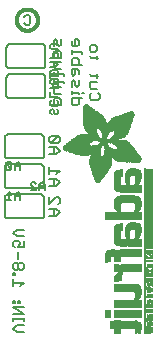
<source format=gbr>
G04 EAGLE Gerber RS-274X export*
G75*
%MOMM*%
%FSLAX34Y34*%
%LPD*%
%INSilkscreen Bottom*%
%IPPOS*%
%AMOC8*
5,1,8,0,0,1.08239X$1,22.5*%
G01*
%ADD10C,0.152400*%
%ADD11C,0.127000*%
%ADD12C,0.203200*%
%ADD13R,0.016800X6.839700*%
%ADD14R,0.016800X0.268300*%
%ADD15R,0.016800X0.268200*%
%ADD16R,0.016800X0.251500*%
%ADD17R,0.016800X0.301800*%
%ADD18R,0.016800X0.251400*%
%ADD19R,0.016800X0.285000*%
%ADD20R,0.016800X0.301700*%
%ADD21R,0.016800X0.419100*%
%ADD22R,0.016800X0.318500*%
%ADD23R,0.016800X0.586700*%
%ADD24R,0.016800X0.586800*%
%ADD25R,0.016700X6.839700*%
%ADD26R,0.016700X0.268300*%
%ADD27R,0.016700X0.251400*%
%ADD28R,0.016700X0.251500*%
%ADD29R,0.016700X0.301800*%
%ADD30R,0.016700X0.285000*%
%ADD31R,0.016700X0.301700*%
%ADD32R,0.016700X0.419100*%
%ADD33R,0.016700X0.318500*%
%ADD34R,0.016700X0.586700*%
%ADD35R,0.016700X0.586800*%
%ADD36R,0.016800X0.318600*%
%ADD37R,0.016800X0.569900*%
%ADD38R,0.016800X0.335300*%
%ADD39R,0.016800X0.234700*%
%ADD40R,0.016700X0.234700*%
%ADD41R,0.016700X0.016700*%
%ADD42R,0.016700X0.318600*%
%ADD43R,0.016700X0.569900*%
%ADD44R,0.016700X0.335300*%
%ADD45R,0.016800X0.217900*%
%ADD46R,0.016800X0.033500*%
%ADD47R,0.016800X0.570000*%
%ADD48R,0.016700X0.201100*%
%ADD49R,0.016700X0.050300*%
%ADD50R,0.016700X0.670500*%
%ADD51R,0.016700X1.005800*%
%ADD52R,0.016700X0.570000*%
%ADD53R,0.016800X0.201100*%
%ADD54R,0.016800X0.067000*%
%ADD55R,0.016800X0.670500*%
%ADD56R,0.016800X1.005800*%
%ADD57R,0.016800X0.184400*%
%ADD58R,0.016800X0.989000*%
%ADD59R,0.016700X0.184400*%
%ADD60R,0.016700X0.067000*%
%ADD61R,0.016700X0.989000*%
%ADD62R,0.016800X0.167600*%
%ADD63R,0.016800X0.083800*%
%ADD64R,0.016800X0.637000*%
%ADD65R,0.016800X0.955500*%
%ADD66R,0.016800X0.150800*%
%ADD67R,0.016800X0.100600*%
%ADD68R,0.016800X0.536400*%
%ADD69R,0.016800X0.854900*%
%ADD70R,0.016700X0.150800*%
%ADD71R,0.016700X0.100600*%
%ADD72R,0.016700X0.352000*%
%ADD73R,0.016700X0.435900*%
%ADD74R,0.016700X0.402400*%
%ADD75R,0.016700X0.368800*%
%ADD76R,0.016800X0.134100*%
%ADD77R,0.016800X0.117300*%
%ADD78R,0.016800X0.435900*%
%ADD79R,0.016800X0.368900*%
%ADD80R,0.016800X0.603500*%
%ADD81R,0.016700X0.134100*%
%ADD82R,0.016700X0.117300*%
%ADD83R,0.016700X0.452600*%
%ADD84R,0.016700X0.620300*%
%ADD85R,0.016800X0.284900*%
%ADD86R,0.016800X0.486200*%
%ADD87R,0.016800X0.653800*%
%ADD88R,0.016800X0.804700*%
%ADD89R,0.016700X0.150900*%
%ADD90R,0.016700X0.268200*%
%ADD91R,0.016700X0.737600*%
%ADD92R,0.016700X0.603500*%
%ADD93R,0.016700X0.922000*%
%ADD94R,0.016800X0.150900*%
%ADD95R,0.016800X0.821400*%
%ADD96R,0.016800X0.972300*%
%ADD97R,0.016800X0.989100*%
%ADD98R,0.016700X0.083800*%
%ADD99R,0.016700X0.167600*%
%ADD100R,0.016700X0.821400*%
%ADD101R,0.016700X0.989100*%
%ADD102R,0.016700X0.201200*%
%ADD103R,0.016800X0.050300*%
%ADD104R,0.016800X0.201200*%
%ADD105R,0.016700X0.217900*%
%ADD106R,0.016700X0.284900*%
%ADD107R,0.016800X0.352100*%
%ADD108R,0.016800X0.620300*%
%ADD109R,0.016800X0.385600*%
%ADD110R,0.016800X0.335200*%
%ADD111R,0.016700X0.385600*%
%ADD112R,0.016700X0.687400*%
%ADD113R,0.016800X13.998000*%
%ADD114R,0.016700X13.998000*%
%ADD115R,0.016700X0.637000*%
%ADD116R,0.016700X0.486100*%
%ADD117R,0.016700X0.637100*%
%ADD118R,0.016700X0.519700*%
%ADD119R,0.016700X0.536500*%
%ADD120R,0.016800X0.787900*%
%ADD121R,0.016800X0.687400*%
%ADD122R,0.016800X0.771200*%
%ADD123R,0.016800X0.637100*%
%ADD124R,0.016800X0.720800*%
%ADD125R,0.016800X0.704100*%
%ADD126R,0.016800X0.754400*%
%ADD127R,0.016700X0.838200*%
%ADD128R,0.016700X0.871800*%
%ADD129R,0.016700X0.871700*%
%ADD130R,0.016800X0.402400*%
%ADD131R,0.016800X0.922100*%
%ADD132R,0.016800X0.938800*%
%ADD133R,0.016700X0.938800*%
%ADD134R,0.016700X1.022600*%
%ADD135R,0.016700X0.972400*%
%ADD136R,0.016700X0.972300*%
%ADD137R,0.016800X0.469400*%
%ADD138R,0.016800X1.072900*%
%ADD139R,0.016800X1.022600*%
%ADD140R,0.016800X1.005900*%
%ADD141R,0.016800X0.502900*%
%ADD142R,0.016800X1.123200*%
%ADD143R,0.016800X1.056200*%
%ADD144R,0.016800X1.123100*%
%ADD145R,0.016700X1.139900*%
%ADD146R,0.016700X1.089600*%
%ADD147R,0.016800X0.553200*%
%ADD148R,0.016800X1.190200*%
%ADD149R,0.016800X1.190300*%
%ADD150R,0.016800X1.039400*%
%ADD151R,0.016800X1.223700*%
%ADD152R,0.016800X1.173500*%
%ADD153R,0.016800X1.223800*%
%ADD154R,0.016700X1.240500*%
%ADD155R,0.016700X1.173500*%
%ADD156R,0.016700X1.240600*%
%ADD157R,0.016700X1.190300*%
%ADD158R,0.016700X1.056200*%
%ADD159R,0.016800X1.274100*%
%ADD160R,0.016800X1.274000*%
%ADD161R,0.016800X1.307600*%
%ADD162R,0.016800X1.257300*%
%ADD163R,0.016800X1.324400*%
%ADD164R,0.016700X0.687300*%
%ADD165R,0.016700X1.324400*%
%ADD166R,0.016700X1.307500*%
%ADD167R,0.016700X1.274100*%
%ADD168R,0.016700X1.072900*%
%ADD169R,0.016800X2.011600*%
%ADD170R,0.016800X1.324300*%
%ADD171R,0.016800X1.978100*%
%ADD172R,0.016700X2.011600*%
%ADD173R,0.016700X1.357900*%
%ADD174R,0.016700X1.994900*%
%ADD175R,0.016700X1.341200*%
%ADD176R,0.016700X1.089700*%
%ADD177R,0.016800X0.754300*%
%ADD178R,0.016800X1.994900*%
%ADD179R,0.016800X1.995000*%
%ADD180R,0.016800X1.089700*%
%ADD181R,0.016700X0.787900*%
%ADD182R,0.016700X1.995000*%
%ADD183R,0.016800X2.028400*%
%ADD184R,0.016800X2.011700*%
%ADD185R,0.016800X1.106500*%
%ADD186R,0.016700X2.028400*%
%ADD187R,0.016700X2.011700*%
%ADD188R,0.016700X1.106500*%
%ADD189R,0.016800X0.888400*%
%ADD190R,0.016800X0.922000*%
%ADD191R,0.016700X0.938700*%
%ADD192R,0.016800X2.045200*%
%ADD193R,0.016800X0.938700*%
%ADD194R,0.016700X0.670600*%
%ADD195R,0.016700X0.888500*%
%ADD196R,0.016700X2.045200*%
%ADD197R,0.016700X0.888400*%
%ADD198R,0.016800X0.804600*%
%ADD199R,0.016800X2.028500*%
%ADD200R,0.016700X1.056100*%
%ADD201R,0.016700X0.771100*%
%ADD202R,0.016700X0.754300*%
%ADD203R,0.016700X2.028500*%
%ADD204R,0.016700X0.737700*%
%ADD205R,0.016800X1.072800*%
%ADD206R,0.016800X0.871700*%
%ADD207R,0.016800X0.737600*%
%ADD208R,0.016800X0.871800*%
%ADD209R,0.016800X1.089600*%
%ADD210R,0.016800X0.704000*%
%ADD211R,0.016800X0.687300*%
%ADD212R,0.016800X0.670600*%
%ADD213R,0.016700X1.123100*%
%ADD214R,0.016700X0.720800*%
%ADD215R,0.016700X0.653700*%
%ADD216R,0.016700X0.653800*%
%ADD217R,0.016800X1.139900*%
%ADD218R,0.016800X1.173400*%
%ADD219R,0.016700X1.190200*%
%ADD220R,0.016800X1.207000*%
%ADD221R,0.016800X1.240500*%
%ADD222R,0.016700X0.469400*%
%ADD223R,0.016700X1.274000*%
%ADD224R,0.016800X0.519600*%
%ADD225R,0.016800X1.341100*%
%ADD226R,0.016700X0.771200*%
%ADD227R,0.016700X1.374600*%
%ADD228R,0.016800X0.838200*%
%ADD229R,0.016800X1.391400*%
%ADD230R,0.016800X1.424900*%
%ADD231R,0.016700X1.441700*%
%ADD232R,0.016800X1.475200*%
%ADD233R,0.016700X1.491900*%
%ADD234R,0.016800X1.525500*%
%ADD235R,0.016700X1.559000*%
%ADD236R,0.016800X1.575800*%
%ADD237R,0.016700X1.307600*%
%ADD238R,0.016700X1.592500*%
%ADD239R,0.016800X1.374700*%
%ADD240R,0.016800X1.609300*%
%ADD241R,0.016800X1.408200*%
%ADD242R,0.016800X1.626100*%
%ADD243R,0.016700X1.626100*%
%ADD244R,0.016800X1.508800*%
%ADD245R,0.016800X1.659600*%
%ADD246R,0.016800X1.559000*%
%ADD247R,0.016800X1.676400*%
%ADD248R,0.016700X1.575800*%
%ADD249R,0.016700X1.676400*%
%ADD250R,0.016700X1.978100*%
%ADD251R,0.016800X1.693100*%
%ADD252R,0.016800X1.642800*%
%ADD253R,0.016800X1.709900*%
%ADD254R,0.016800X1.961300*%
%ADD255R,0.016700X1.726600*%
%ADD256R,0.016700X1.961300*%
%ADD257R,0.016800X1.693200*%
%ADD258R,0.016800X1.726600*%
%ADD259R,0.016800X1.944600*%
%ADD260R,0.016700X1.726700*%
%ADD261R,0.016700X1.743400*%
%ADD262R,0.016700X1.944600*%
%ADD263R,0.016800X1.726700*%
%ADD264R,0.016800X1.760200*%
%ADD265R,0.016800X1.927800*%
%ADD266R,0.016800X1.911000*%
%ADD267R,0.016700X1.793700*%
%ADD268R,0.016700X1.776900*%
%ADD269R,0.016700X1.911100*%
%ADD270R,0.016700X1.894300*%
%ADD271R,0.016800X1.793800*%
%ADD272R,0.016800X1.776900*%
%ADD273R,0.016800X1.911100*%
%ADD274R,0.016800X1.894300*%
%ADD275R,0.016800X1.827300*%
%ADD276R,0.016800X1.810500*%
%ADD277R,0.016800X1.877500*%
%ADD278R,0.016700X1.844100*%
%ADD279R,0.016700X1.810500*%
%ADD280R,0.016700X1.860800*%
%ADD281R,0.016700X1.844000*%
%ADD282R,0.016800X1.860900*%
%ADD283R,0.016800X1.844000*%
%ADD284R,0.016800X1.827200*%
%ADD285R,0.016800X1.860800*%
%ADD286R,0.016800X1.793700*%
%ADD287R,0.016700X1.877600*%
%ADD288R,0.016700X1.827200*%
%ADD289R,0.016700X1.927800*%
%ADD290R,0.016800X1.927900*%
%ADD291R,0.016700X1.944700*%
%ADD292R,0.016700X1.877500*%
%ADD293R,0.016800X1.961400*%
%ADD294R,0.016700X1.961400*%
%ADD295R,0.016800X1.978200*%
%ADD296R,0.016700X1.911000*%
%ADD297R,0.016800X0.620200*%
%ADD298R,0.016800X1.425000*%
%ADD299R,0.016700X0.620200*%
%ADD300R,0.016700X1.425000*%
%ADD301R,0.016800X0.653700*%
%ADD302R,0.016700X0.704100*%
%ADD303R,0.016700X0.804700*%
%ADD304R,0.016800X0.905200*%
%ADD305R,0.016800X1.894400*%
%ADD306R,0.016700X1.927900*%
%ADD307R,0.016800X1.877600*%
%ADD308R,0.016800X3.889300*%
%ADD309R,0.016700X3.872500*%
%ADD310R,0.016800X3.872500*%
%ADD311R,0.016700X3.855700*%
%ADD312R,0.016700X0.754400*%
%ADD313R,0.016800X3.855700*%
%ADD314R,0.016800X3.839000*%
%ADD315R,0.016800X0.720900*%
%ADD316R,0.016700X3.822200*%
%ADD317R,0.016800X2.715700*%
%ADD318R,0.016800X2.632000*%
%ADD319R,0.016800X1.290800*%
%ADD320R,0.016700X2.615200*%
%ADD321R,0.016700X1.257300*%
%ADD322R,0.016800X2.581700*%
%ADD323R,0.016800X1.240600*%
%ADD324R,0.016800X2.564900*%
%ADD325R,0.016800X1.760300*%
%ADD326R,0.016700X2.531400*%
%ADD327R,0.016700X1.156700*%
%ADD328R,0.016800X2.514600*%
%ADD329R,0.016800X0.955600*%
%ADD330R,0.016800X2.497800*%
%ADD331R,0.016800X1.659700*%
%ADD332R,0.016700X2.464300*%
%ADD333R,0.016700X1.039300*%
%ADD334R,0.016800X2.447500*%
%ADD335R,0.016800X1.592500*%
%ADD336R,0.016800X0.536500*%
%ADD337R,0.016700X2.430800*%
%ADD338R,0.016700X1.559100*%
%ADD339R,0.016700X1.542300*%
%ADD340R,0.016700X0.502900*%
%ADD341R,0.016800X2.414000*%
%ADD342R,0.016800X0.905300*%
%ADD343R,0.016800X1.508700*%
%ADD344R,0.016800X0.888500*%
%ADD345R,0.016800X2.397300*%
%ADD346R,0.016800X1.441700*%
%ADD347R,0.016800X0.452700*%
%ADD348R,0.016700X1.290900*%
%ADD349R,0.016800X1.156700*%
%ADD350R,0.016800X0.855000*%
%ADD351R,0.016700X1.123200*%
%ADD352R,0.016700X0.720900*%
%ADD353R,0.016800X1.106400*%
%ADD354R,0.016700X1.106400*%
%ADD355R,0.016800X0.771100*%
%ADD356R,0.016700X0.435800*%
%ADD357R,0.016700X1.592600*%
%ADD358R,0.016800X0.435800*%
%ADD359R,0.016800X1.642900*%
%ADD360R,0.016800X0.402300*%
%ADD361R,0.016700X1.793800*%
%ADD362R,0.016800X0.368800*%
%ADD363R,0.016800X1.056100*%
%ADD364R,0.016700X1.039400*%
%ADD365R,0.016800X2.078800*%
%ADD366R,0.016700X0.335200*%
%ADD367R,0.016700X2.145800*%
%ADD368R,0.016800X2.162600*%
%ADD369R,0.016800X0.352000*%
%ADD370R,0.016800X2.212800*%
%ADD371R,0.016700X2.279900*%
%ADD372R,0.016800X2.330200*%
%ADD373R,0.016800X2.799500*%
%ADD374R,0.016700X2.816300*%
%ADD375R,0.016700X0.955500*%
%ADD376R,0.016800X2.849900*%
%ADD377R,0.016800X2.916900*%
%ADD378R,0.016700X4.224500*%
%ADD379R,0.016800X4.291600*%
%ADD380R,0.016800X4.409000*%
%ADD381R,0.016700X4.509500*%
%ADD382R,0.016800X4.526300*%
%ADD383R,0.016700X4.626800*%
%ADD384R,0.016800X4.693900*%
%ADD385R,0.016800X4.727400*%
%ADD386R,0.016700X2.548200*%
%ADD387R,0.016700X2.179300*%
%ADD388R,0.016800X2.430800*%
%ADD389R,0.016700X2.414000*%
%ADD390R,0.016800X2.414100*%
%ADD391R,0.016700X2.430700*%
%ADD392R,0.016700X2.447600*%
%ADD393R,0.016800X1.559100*%
%ADD394R,0.016700X1.525500*%
%ADD395R,0.016800X1.492000*%
%ADD396R,0.016800X1.491900*%
%ADD397R,0.016700X1.458500*%
%ADD398R,0.016800X2.061900*%
%ADD399R,0.016700X1.408100*%
%ADD400R,0.016700X0.905200*%
%ADD401R,0.016700X2.112300*%
%ADD402R,0.016800X2.179300*%
%ADD403R,0.016700X1.408200*%
%ADD404R,0.016700X2.212900*%
%ADD405R,0.016800X1.140000*%
%ADD406R,0.016800X3.319300*%
%ADD407R,0.016700X1.374700*%
%ADD408R,0.016700X0.402300*%
%ADD409R,0.016700X3.302500*%
%ADD410R,0.016800X3.285700*%
%ADD411R,0.016800X1.357900*%
%ADD412R,0.016800X3.269000*%
%ADD413R,0.016700X3.285800*%
%ADD414R,0.016800X3.268900*%
%ADD415R,0.016700X0.452700*%
%ADD416R,0.016700X3.268900*%
%ADD417R,0.016700X1.391400*%
%ADD418R,0.016700X3.269000*%
%ADD419R,0.016800X1.374600*%
%ADD420R,0.016800X0.519700*%
%ADD421R,0.016800X3.252200*%
%ADD422R,0.016800X3.235400*%
%ADD423R,0.016700X3.235400*%
%ADD424R,0.016800X3.218600*%
%ADD425R,0.016800X3.201900*%
%ADD426R,0.016700X3.201900*%
%ADD427R,0.016800X1.458500*%
%ADD428R,0.016800X1.525600*%
%ADD429R,0.016800X3.185100*%
%ADD430R,0.016700X2.531300*%
%ADD431R,0.016700X3.168400*%
%ADD432R,0.016800X2.531300*%
%ADD433R,0.016800X3.151600*%
%ADD434R,0.016800X2.548100*%
%ADD435R,0.016800X3.134900*%
%ADD436R,0.016700X2.564900*%
%ADD437R,0.016700X3.118100*%
%ADD438R,0.016800X2.581600*%
%ADD439R,0.016800X3.101400*%
%ADD440R,0.016700X2.598400*%
%ADD441R,0.016700X3.067900*%
%ADD442R,0.016800X2.598400*%
%ADD443R,0.016800X3.034300*%
%ADD444R,0.016800X2.615100*%
%ADD445R,0.016800X3.000800*%
%ADD446R,0.016700X2.631900*%
%ADD447R,0.016700X2.950500*%
%ADD448R,0.016800X2.648700*%
%ADD449R,0.016800X2.900200*%
%ADD450R,0.016800X2.665500*%
%ADD451R,0.016700X2.682200*%
%ADD452R,0.016700X2.799600*%
%ADD453R,0.016800X2.699000*%
%ADD454R,0.016800X2.732500*%
%ADD455R,0.016700X2.749300*%
%ADD456R,0.016700X2.632000*%
%ADD457R,0.016800X2.749300*%
%ADD458R,0.016700X2.766100*%
%ADD459R,0.016800X2.766100*%
%ADD460R,0.016800X2.481100*%
%ADD461R,0.016800X2.782900*%
%ADD462R,0.016700X2.380500*%
%ADD463R,0.016800X2.833100*%
%ADD464R,0.016800X1.592600*%
%ADD465R,0.016700X2.849900*%
%ADD466R,0.016800X2.883400*%
%ADD467R,0.016700X2.917000*%
%ADD468R,0.016800X2.933700*%
%ADD469R,0.016800X2.967200*%
%ADD470R,0.016700X2.967200*%
%ADD471R,0.016700X3.017500*%
%ADD472R,0.016800X3.051000*%
%ADD473R,0.016800X0.788000*%
%ADD474R,0.016800X3.084600*%
%ADD475R,0.016700X2.397300*%
%ADD476R,0.016800X2.397200*%
%ADD477R,0.016700X1.760200*%
%ADD478R,0.016700X2.397200*%
%ADD479R,0.016700X1.827300*%
%ADD480R,0.016800X2.380500*%
%ADD481R,0.016800X2.363700*%
%ADD482R,0.016700X2.363700*%
%ADD483R,0.016800X2.346900*%
%ADD484R,0.016700X2.296600*%
%ADD485R,0.016800X2.279900*%
%ADD486R,0.016800X2.246300*%
%ADD487R,0.016700X2.229600*%
%ADD488R,0.016800X2.129100*%
%ADD489R,0.016800X2.112300*%
%ADD490R,0.016700X1.609300*%
%ADD491R,0.016800X1.743400*%
%ADD492R,0.016700X1.693100*%
%ADD493R,0.016700X1.659700*%
%ADD494R,0.016800X1.575900*%
%ADD495R,0.016700X1.575900*%
%ADD496R,0.016700X1.475200*%
%ADD497R,0.016700X1.324300*%
%ADD498R,0.016700X1.290800*%
%ADD499R,0.016700X1.207000*%
%ADD500R,0.016700X0.854900*%
%ADD501R,0.016700X0.821500*%
%ADD502R,0.016800X0.821500*%
%ADD503R,0.016800X0.218000*%
%ADD504C,0.304800*%


D10*
X38615Y7615D02*
X32853Y7615D01*
X29972Y10496D01*
X32853Y13378D01*
X38615Y13378D01*
X29972Y16970D02*
X29972Y19852D01*
X29972Y18411D02*
X38615Y18411D01*
X38615Y16970D02*
X38615Y19852D01*
X38615Y23207D02*
X29972Y23207D01*
X29972Y28969D02*
X38615Y23207D01*
X38615Y28969D02*
X29972Y28969D01*
X35734Y32562D02*
X35734Y34003D01*
X34294Y34003D01*
X34294Y32562D01*
X35734Y32562D01*
X31413Y32562D02*
X31413Y34003D01*
X29972Y34003D01*
X29972Y32562D01*
X31413Y32562D01*
X35734Y46595D02*
X38615Y49476D01*
X29972Y49476D01*
X29972Y46595D02*
X29972Y52357D01*
X29972Y55950D02*
X31413Y55950D01*
X31413Y57391D01*
X29972Y57391D01*
X29972Y55950D01*
X37175Y60628D02*
X38615Y62069D01*
X38615Y64950D01*
X37175Y66390D01*
X35734Y66390D01*
X34294Y64950D01*
X32853Y66390D01*
X31413Y66390D01*
X29972Y64950D01*
X29972Y62069D01*
X31413Y60628D01*
X32853Y60628D01*
X34294Y62069D01*
X35734Y60628D01*
X37175Y60628D01*
X34294Y62069D02*
X34294Y64950D01*
X34294Y69983D02*
X34294Y75745D01*
X38615Y79338D02*
X38615Y85101D01*
X38615Y79338D02*
X34294Y79338D01*
X35734Y82219D01*
X35734Y83660D01*
X34294Y85101D01*
X31413Y85101D01*
X29972Y83660D01*
X29972Y80779D01*
X31413Y79338D01*
X32853Y88694D02*
X38615Y88694D01*
X32853Y88694D02*
X29972Y91575D01*
X32853Y94456D01*
X38615Y94456D01*
D11*
X103513Y208737D02*
X102030Y210220D01*
X103513Y208737D02*
X103513Y205771D01*
X102030Y204288D01*
X96098Y204288D01*
X94615Y205771D01*
X94615Y208737D01*
X96098Y210220D01*
X96098Y213643D02*
X100547Y213643D01*
X96098Y213643D02*
X94615Y215126D01*
X94615Y219575D01*
X100547Y219575D01*
X102030Y224481D02*
X96098Y224481D01*
X94615Y225964D01*
X100547Y225964D02*
X100547Y222998D01*
X102030Y240073D02*
X96098Y240073D01*
X94615Y241556D01*
X100547Y241556D02*
X100547Y238590D01*
X94615Y246310D02*
X94615Y249276D01*
X96098Y250759D01*
X99064Y250759D01*
X100547Y249276D01*
X100547Y246310D01*
X99064Y244827D01*
X96098Y244827D01*
X94615Y246310D01*
X88273Y205542D02*
X79375Y205542D01*
X79375Y201093D01*
X80858Y199610D01*
X83824Y199610D01*
X85307Y201093D01*
X85307Y205542D01*
X85307Y208965D02*
X85307Y210448D01*
X79375Y210448D01*
X79375Y208965D02*
X79375Y211931D01*
X88273Y210448D02*
X89756Y210448D01*
X79375Y215202D02*
X79375Y219651D01*
X80858Y221134D01*
X82341Y219651D01*
X82341Y216685D01*
X83824Y215202D01*
X85307Y216685D01*
X85307Y221134D01*
X85307Y226040D02*
X85307Y229006D01*
X83824Y230489D01*
X79375Y230489D01*
X79375Y226040D01*
X80858Y224557D01*
X82341Y226040D01*
X82341Y230489D01*
X79375Y233913D02*
X88273Y233913D01*
X79375Y233913D02*
X79375Y238361D01*
X80858Y239844D01*
X83824Y239844D01*
X85307Y238361D01*
X85307Y233913D01*
X88273Y243268D02*
X88273Y244751D01*
X79375Y244751D01*
X79375Y243268D02*
X79375Y246234D01*
X79375Y250987D02*
X79375Y253953D01*
X79375Y250987D02*
X80858Y249505D01*
X83824Y249505D01*
X85307Y250987D01*
X85307Y253953D01*
X83824Y255436D01*
X82341Y255436D01*
X82341Y249505D01*
X70067Y199610D02*
X61169Y199610D01*
X70067Y199610D02*
X70067Y204059D01*
X68584Y205542D01*
X65618Y205542D01*
X64135Y204059D01*
X64135Y199610D01*
X65618Y208965D02*
X70067Y208965D01*
X65618Y208965D02*
X64135Y210448D01*
X64135Y214897D01*
X70067Y214897D01*
X73033Y218321D02*
X73033Y219804D01*
X64135Y219804D01*
X64135Y221286D02*
X64135Y218321D01*
X73033Y224557D02*
X73033Y226040D01*
X64135Y226040D01*
X64135Y224557D02*
X64135Y227523D01*
X65618Y230794D02*
X70067Y230794D01*
X65618Y230794D02*
X64135Y232277D01*
X64135Y236726D01*
X70067Y236726D01*
X70067Y240149D02*
X61169Y240149D01*
X70067Y240149D02*
X70067Y244598D01*
X68584Y246081D01*
X65618Y246081D01*
X64135Y244598D01*
X64135Y240149D01*
X64135Y249505D02*
X64135Y253953D01*
X65618Y255436D01*
X67101Y253953D01*
X67101Y250987D01*
X68584Y249505D01*
X70067Y250987D01*
X70067Y255436D01*
X66257Y158455D02*
X60325Y158455D01*
X66257Y158455D02*
X69223Y161420D01*
X66257Y164386D01*
X60325Y164386D01*
X64774Y164386D02*
X64774Y158455D01*
X61808Y167810D02*
X67740Y167810D01*
X69223Y169293D01*
X69223Y172259D01*
X67740Y173742D01*
X61808Y173742D01*
X60325Y172259D01*
X60325Y169293D01*
X61808Y167810D01*
X67740Y173742D01*
X66257Y131785D02*
X60325Y131785D01*
X66257Y131785D02*
X69223Y134750D01*
X66257Y137716D01*
X60325Y137716D01*
X64774Y137716D02*
X64774Y131785D01*
X66257Y141140D02*
X69223Y144106D01*
X60325Y144106D01*
X60325Y141140D02*
X60325Y147072D01*
X60325Y106385D02*
X66257Y106385D01*
X69223Y109350D01*
X66257Y112316D01*
X60325Y112316D01*
X64774Y112316D02*
X64774Y106385D01*
X60325Y115740D02*
X60325Y121672D01*
X60325Y115740D02*
X66257Y121672D01*
X67740Y121672D01*
X69223Y120189D01*
X69223Y117223D01*
X67740Y115740D01*
D12*
X54610Y226060D02*
X26670Y226060D01*
X54610Y205740D02*
X54710Y205742D01*
X54809Y205748D01*
X54909Y205758D01*
X55007Y205771D01*
X55106Y205789D01*
X55203Y205810D01*
X55299Y205835D01*
X55395Y205864D01*
X55489Y205897D01*
X55582Y205933D01*
X55673Y205973D01*
X55763Y206017D01*
X55851Y206064D01*
X55937Y206114D01*
X56021Y206168D01*
X56103Y206225D01*
X56182Y206285D01*
X56260Y206349D01*
X56334Y206415D01*
X56406Y206484D01*
X56475Y206556D01*
X56541Y206630D01*
X56605Y206708D01*
X56665Y206787D01*
X56722Y206869D01*
X56776Y206953D01*
X56826Y207039D01*
X56873Y207127D01*
X56917Y207217D01*
X56957Y207308D01*
X56993Y207401D01*
X57026Y207495D01*
X57055Y207591D01*
X57080Y207687D01*
X57101Y207784D01*
X57119Y207883D01*
X57132Y207981D01*
X57142Y208081D01*
X57148Y208180D01*
X57150Y208280D01*
X26670Y205740D02*
X26570Y205742D01*
X26471Y205748D01*
X26371Y205758D01*
X26273Y205771D01*
X26174Y205789D01*
X26077Y205810D01*
X25981Y205835D01*
X25885Y205864D01*
X25791Y205897D01*
X25698Y205933D01*
X25607Y205973D01*
X25517Y206017D01*
X25429Y206064D01*
X25343Y206114D01*
X25259Y206168D01*
X25177Y206225D01*
X25098Y206285D01*
X25020Y206349D01*
X24946Y206415D01*
X24874Y206484D01*
X24805Y206556D01*
X24739Y206630D01*
X24675Y206708D01*
X24615Y206787D01*
X24558Y206869D01*
X24504Y206953D01*
X24454Y207039D01*
X24407Y207127D01*
X24363Y207217D01*
X24323Y207308D01*
X24287Y207401D01*
X24254Y207495D01*
X24225Y207591D01*
X24200Y207687D01*
X24179Y207784D01*
X24161Y207883D01*
X24148Y207981D01*
X24138Y208081D01*
X24132Y208180D01*
X24130Y208280D01*
X24130Y223520D02*
X24132Y223620D01*
X24138Y223719D01*
X24148Y223819D01*
X24161Y223917D01*
X24179Y224016D01*
X24200Y224113D01*
X24225Y224209D01*
X24254Y224305D01*
X24287Y224399D01*
X24323Y224492D01*
X24363Y224583D01*
X24407Y224673D01*
X24454Y224761D01*
X24504Y224847D01*
X24558Y224931D01*
X24615Y225013D01*
X24675Y225092D01*
X24739Y225170D01*
X24805Y225244D01*
X24874Y225316D01*
X24946Y225385D01*
X25020Y225451D01*
X25098Y225515D01*
X25177Y225575D01*
X25259Y225632D01*
X25343Y225686D01*
X25429Y225736D01*
X25517Y225783D01*
X25607Y225827D01*
X25698Y225867D01*
X25791Y225903D01*
X25885Y225936D01*
X25981Y225965D01*
X26077Y225990D01*
X26174Y226011D01*
X26273Y226029D01*
X26371Y226042D01*
X26471Y226052D01*
X26570Y226058D01*
X26670Y226060D01*
X54610Y226060D02*
X54710Y226058D01*
X54809Y226052D01*
X54909Y226042D01*
X55007Y226029D01*
X55106Y226011D01*
X55203Y225990D01*
X55299Y225965D01*
X55395Y225936D01*
X55489Y225903D01*
X55582Y225867D01*
X55673Y225827D01*
X55763Y225783D01*
X55851Y225736D01*
X55937Y225686D01*
X56021Y225632D01*
X56103Y225575D01*
X56182Y225515D01*
X56260Y225451D01*
X56334Y225385D01*
X56406Y225316D01*
X56475Y225244D01*
X56541Y225170D01*
X56605Y225092D01*
X56665Y225013D01*
X56722Y224931D01*
X56776Y224847D01*
X56826Y224761D01*
X56873Y224673D01*
X56917Y224583D01*
X56957Y224492D01*
X56993Y224399D01*
X57026Y224305D01*
X57055Y224209D01*
X57080Y224113D01*
X57101Y224016D01*
X57119Y223917D01*
X57132Y223819D01*
X57142Y223719D01*
X57148Y223620D01*
X57150Y223520D01*
X57150Y208280D01*
X24130Y208280D02*
X24130Y223520D01*
X26670Y205740D02*
X54610Y205740D01*
D10*
X66722Y196348D02*
X67824Y195246D01*
X67824Y193043D01*
X66722Y191941D01*
X65620Y191941D01*
X64519Y193043D01*
X64519Y195246D01*
X63417Y196348D01*
X62316Y196348D01*
X61214Y195246D01*
X61214Y193043D01*
X62316Y191941D01*
X67824Y202730D02*
X66722Y203832D01*
X67824Y202730D02*
X67824Y200527D01*
X66722Y199425D01*
X62316Y199425D01*
X61214Y200527D01*
X61214Y202730D01*
X62316Y203832D01*
X61214Y206910D02*
X67824Y206910D01*
X61214Y206910D02*
X61214Y211316D01*
X61214Y214394D02*
X67824Y214394D01*
X67824Y217699D01*
X66722Y218800D01*
X64519Y218800D01*
X63417Y217699D01*
X63417Y214394D01*
X62316Y221878D02*
X67824Y221878D01*
X62316Y221878D02*
X61214Y222979D01*
X61214Y225183D01*
X62316Y226284D01*
X67824Y226284D01*
D12*
X54610Y251460D02*
X26670Y251460D01*
X54610Y231140D02*
X54710Y231142D01*
X54809Y231148D01*
X54909Y231158D01*
X55007Y231171D01*
X55106Y231189D01*
X55203Y231210D01*
X55299Y231235D01*
X55395Y231264D01*
X55489Y231297D01*
X55582Y231333D01*
X55673Y231373D01*
X55763Y231417D01*
X55851Y231464D01*
X55937Y231514D01*
X56021Y231568D01*
X56103Y231625D01*
X56182Y231685D01*
X56260Y231749D01*
X56334Y231815D01*
X56406Y231884D01*
X56475Y231956D01*
X56541Y232030D01*
X56605Y232108D01*
X56665Y232187D01*
X56722Y232269D01*
X56776Y232353D01*
X56826Y232439D01*
X56873Y232527D01*
X56917Y232617D01*
X56957Y232708D01*
X56993Y232801D01*
X57026Y232895D01*
X57055Y232991D01*
X57080Y233087D01*
X57101Y233184D01*
X57119Y233283D01*
X57132Y233381D01*
X57142Y233481D01*
X57148Y233580D01*
X57150Y233680D01*
X26670Y231140D02*
X26570Y231142D01*
X26471Y231148D01*
X26371Y231158D01*
X26273Y231171D01*
X26174Y231189D01*
X26077Y231210D01*
X25981Y231235D01*
X25885Y231264D01*
X25791Y231297D01*
X25698Y231333D01*
X25607Y231373D01*
X25517Y231417D01*
X25429Y231464D01*
X25343Y231514D01*
X25259Y231568D01*
X25177Y231625D01*
X25098Y231685D01*
X25020Y231749D01*
X24946Y231815D01*
X24874Y231884D01*
X24805Y231956D01*
X24739Y232030D01*
X24675Y232108D01*
X24615Y232187D01*
X24558Y232269D01*
X24504Y232353D01*
X24454Y232439D01*
X24407Y232527D01*
X24363Y232617D01*
X24323Y232708D01*
X24287Y232801D01*
X24254Y232895D01*
X24225Y232991D01*
X24200Y233087D01*
X24179Y233184D01*
X24161Y233283D01*
X24148Y233381D01*
X24138Y233481D01*
X24132Y233580D01*
X24130Y233680D01*
X24130Y248920D02*
X24132Y249020D01*
X24138Y249119D01*
X24148Y249219D01*
X24161Y249317D01*
X24179Y249416D01*
X24200Y249513D01*
X24225Y249609D01*
X24254Y249705D01*
X24287Y249799D01*
X24323Y249892D01*
X24363Y249983D01*
X24407Y250073D01*
X24454Y250161D01*
X24504Y250247D01*
X24558Y250331D01*
X24615Y250413D01*
X24675Y250492D01*
X24739Y250570D01*
X24805Y250644D01*
X24874Y250716D01*
X24946Y250785D01*
X25020Y250851D01*
X25098Y250915D01*
X25177Y250975D01*
X25259Y251032D01*
X25343Y251086D01*
X25429Y251136D01*
X25517Y251183D01*
X25607Y251227D01*
X25698Y251267D01*
X25791Y251303D01*
X25885Y251336D01*
X25981Y251365D01*
X26077Y251390D01*
X26174Y251411D01*
X26273Y251429D01*
X26371Y251442D01*
X26471Y251452D01*
X26570Y251458D01*
X26670Y251460D01*
X54610Y251460D02*
X54710Y251458D01*
X54809Y251452D01*
X54909Y251442D01*
X55007Y251429D01*
X55106Y251411D01*
X55203Y251390D01*
X55299Y251365D01*
X55395Y251336D01*
X55489Y251303D01*
X55582Y251267D01*
X55673Y251227D01*
X55763Y251183D01*
X55851Y251136D01*
X55937Y251086D01*
X56021Y251032D01*
X56103Y250975D01*
X56182Y250915D01*
X56260Y250851D01*
X56334Y250785D01*
X56406Y250716D01*
X56475Y250644D01*
X56541Y250570D01*
X56605Y250492D01*
X56665Y250413D01*
X56722Y250331D01*
X56776Y250247D01*
X56826Y250161D01*
X56873Y250073D01*
X56917Y249983D01*
X56957Y249892D01*
X56993Y249799D01*
X57026Y249705D01*
X57055Y249609D01*
X57080Y249513D01*
X57101Y249416D01*
X57119Y249317D01*
X57132Y249219D01*
X57142Y249119D01*
X57148Y249020D01*
X57150Y248920D01*
X57150Y233680D01*
X24130Y233680D02*
X24130Y248920D01*
X26670Y231140D02*
X54610Y231140D01*
D10*
X66722Y221748D02*
X67824Y220646D01*
X67824Y218443D01*
X66722Y217341D01*
X65620Y217341D01*
X64519Y218443D01*
X64519Y220646D01*
X63417Y221748D01*
X62316Y221748D01*
X61214Y220646D01*
X61214Y218443D01*
X62316Y217341D01*
X61214Y224825D02*
X67824Y224825D01*
X61214Y224825D02*
X61214Y228130D01*
X62316Y229232D01*
X66722Y229232D01*
X67824Y228130D01*
X67824Y224825D01*
X65620Y232310D02*
X61214Y232310D01*
X65620Y232310D02*
X67824Y234513D01*
X65620Y236716D01*
X61214Y236716D01*
X64519Y236716D02*
X64519Y232310D01*
X61214Y239794D02*
X67824Y239794D01*
X67824Y243099D01*
X66722Y244200D01*
X64519Y244200D01*
X63417Y243099D01*
X63417Y239794D01*
X62316Y247278D02*
X67824Y247278D01*
X62316Y247278D02*
X61214Y248379D01*
X61214Y250583D01*
X62316Y251684D01*
X67824Y251684D01*
D13*
X148590Y111992D03*
D14*
X148590Y75446D03*
D15*
X148590Y71925D03*
D16*
X148590Y67483D03*
D14*
X148590Y63879D03*
D17*
X148590Y59855D03*
D18*
X148590Y55748D03*
D19*
X148590Y51892D03*
D20*
X148590Y47953D03*
D21*
X148590Y43343D03*
X148590Y38146D03*
D22*
X148590Y33452D03*
D19*
X148590Y29428D03*
X148590Y25573D03*
D23*
X148590Y20041D03*
D20*
X148590Y14593D03*
D24*
X148590Y9144D03*
D25*
X148423Y111992D03*
D26*
X148423Y75446D03*
D27*
X148423Y72009D03*
D28*
X148423Y67483D03*
D29*
X148423Y63711D03*
D30*
X148423Y59771D03*
D31*
X148423Y55832D03*
D30*
X148423Y51892D03*
D31*
X148423Y47953D03*
D32*
X148423Y43343D03*
X148423Y38146D03*
D33*
X148423Y33452D03*
D30*
X148423Y29428D03*
X148423Y25573D03*
D34*
X148423Y20041D03*
D33*
X148423Y14677D03*
D35*
X148423Y9144D03*
D13*
X148255Y111992D03*
D14*
X148255Y75446D03*
D18*
X148255Y72009D03*
D16*
X148255Y67483D03*
D36*
X148255Y63627D03*
D14*
X148255Y59688D03*
D22*
X148255Y55748D03*
D19*
X148255Y51892D03*
D22*
X148255Y48037D03*
D21*
X148255Y43343D03*
X148255Y38146D03*
D22*
X148255Y33452D03*
D19*
X148255Y29428D03*
X148255Y25573D03*
D37*
X148255Y20125D03*
D38*
X148255Y14593D03*
D24*
X148255Y9144D03*
D13*
X148087Y111992D03*
D14*
X148087Y75446D03*
D39*
X148087Y72093D03*
D16*
X148087Y67483D03*
D36*
X148087Y63627D03*
D14*
X148087Y59688D03*
D22*
X148087Y55748D03*
D18*
X148087Y51892D03*
D22*
X148087Y48037D03*
D21*
X148087Y43343D03*
X148087Y38146D03*
D22*
X148087Y33452D03*
D19*
X148087Y29428D03*
X148087Y25573D03*
D37*
X148087Y20125D03*
D38*
X148087Y14593D03*
D24*
X148087Y9144D03*
D25*
X147920Y111992D03*
D26*
X147920Y75446D03*
D40*
X147920Y72093D03*
D41*
X147920Y69830D03*
D28*
X147920Y67483D03*
D42*
X147920Y63627D03*
D26*
X147920Y59688D03*
D33*
X147920Y55748D03*
D27*
X147920Y51892D03*
D33*
X147920Y48037D03*
D32*
X147920Y43343D03*
X147920Y38146D03*
D33*
X147920Y33452D03*
D30*
X147920Y29428D03*
X147920Y25573D03*
D43*
X147920Y20125D03*
D44*
X147920Y14593D03*
D35*
X147920Y9144D03*
D13*
X147752Y111992D03*
D14*
X147752Y75446D03*
D45*
X147752Y72177D03*
D46*
X147752Y69914D03*
D16*
X147752Y67483D03*
D36*
X147752Y63627D03*
D14*
X147752Y59688D03*
D22*
X147752Y55748D03*
D18*
X147752Y51892D03*
D22*
X147752Y48037D03*
D21*
X147752Y43343D03*
X147752Y38146D03*
D20*
X147752Y33536D03*
D19*
X147752Y29428D03*
X147752Y25573D03*
D37*
X147752Y20125D03*
D38*
X147752Y14593D03*
D47*
X147752Y9060D03*
D13*
X147584Y111992D03*
D14*
X147584Y75446D03*
D45*
X147584Y72177D03*
D46*
X147584Y69914D03*
D16*
X147584Y67483D03*
D36*
X147584Y63627D03*
D14*
X147584Y59688D03*
D22*
X147584Y55748D03*
D18*
X147584Y51892D03*
D22*
X147584Y48037D03*
D21*
X147584Y43343D03*
X147584Y38146D03*
D20*
X147584Y33536D03*
D19*
X147584Y29428D03*
X147584Y25573D03*
D37*
X147584Y20125D03*
D38*
X147584Y14593D03*
D47*
X147584Y9060D03*
D25*
X147417Y111992D03*
D26*
X147417Y75446D03*
D48*
X147417Y72261D03*
D49*
X147417Y69998D03*
D28*
X147417Y67483D03*
D42*
X147417Y63627D03*
D26*
X147417Y59688D03*
D33*
X147417Y55748D03*
D50*
X147417Y49797D03*
D32*
X147417Y43343D03*
X147417Y38146D03*
D31*
X147417Y33536D03*
D29*
X147417Y29512D03*
D30*
X147417Y25573D03*
D51*
X147417Y17945D03*
D52*
X147417Y9060D03*
D13*
X147249Y111992D03*
D14*
X147249Y75446D03*
D53*
X147249Y72261D03*
D54*
X147249Y70081D03*
D16*
X147249Y67483D03*
D36*
X147249Y63627D03*
D16*
X147249Y59604D03*
D22*
X147249Y55748D03*
D55*
X147249Y49797D03*
D21*
X147249Y43343D03*
X147249Y38146D03*
D20*
X147249Y33536D03*
D17*
X147249Y29512D03*
D19*
X147249Y25573D03*
D56*
X147249Y17945D03*
D24*
X147249Y9144D03*
D13*
X147081Y111992D03*
D14*
X147081Y75446D03*
D57*
X147081Y72344D03*
D54*
X147081Y70081D03*
D16*
X147081Y67483D03*
D38*
X147081Y63544D03*
D16*
X147081Y59604D03*
D22*
X147081Y55748D03*
D55*
X147081Y49797D03*
D21*
X147081Y43343D03*
X147081Y38146D03*
D20*
X147081Y33536D03*
D17*
X147081Y29512D03*
D19*
X147081Y25573D03*
D58*
X147081Y18029D03*
D24*
X147081Y9144D03*
D25*
X146914Y111992D03*
D26*
X146914Y75446D03*
D59*
X146914Y72344D03*
D60*
X146914Y70081D03*
D28*
X146914Y67483D03*
D44*
X146914Y63544D03*
D28*
X146914Y59604D03*
D33*
X146914Y55748D03*
D50*
X146914Y49797D03*
D32*
X146914Y43343D03*
X146914Y38146D03*
D30*
X146914Y33619D03*
D42*
X146914Y29596D03*
D30*
X146914Y25573D03*
D61*
X146914Y18029D03*
D35*
X146914Y9144D03*
D13*
X146746Y111992D03*
D14*
X146746Y75446D03*
D62*
X146746Y72428D03*
D63*
X146746Y70165D03*
D16*
X146746Y67483D03*
D38*
X146746Y63544D03*
D16*
X146746Y59604D03*
D22*
X146746Y55748D03*
D64*
X146746Y49964D03*
D21*
X146746Y43343D03*
X146746Y38146D03*
D36*
X146746Y29596D03*
D19*
X146746Y25573D03*
D65*
X146746Y18197D03*
D24*
X146746Y9144D03*
D13*
X146578Y111992D03*
D14*
X146578Y75446D03*
D66*
X146578Y72512D03*
D67*
X146578Y70249D03*
D16*
X146578Y67483D03*
D38*
X146578Y63544D03*
D16*
X146578Y59604D03*
D22*
X146578Y55748D03*
D68*
X146578Y50467D03*
D21*
X146578Y43343D03*
X146578Y38146D03*
D38*
X146578Y29680D03*
D19*
X146578Y25573D03*
D69*
X146578Y18700D03*
D24*
X146578Y9144D03*
D25*
X146411Y111992D03*
D26*
X146411Y75446D03*
D70*
X146411Y72512D03*
D71*
X146411Y70249D03*
D28*
X146411Y67483D03*
D44*
X146411Y63544D03*
D28*
X146411Y59604D03*
D33*
X146411Y55748D03*
D72*
X146411Y51389D03*
D73*
X146411Y43427D03*
D32*
X146411Y38146D03*
D74*
X146411Y30015D03*
D30*
X146411Y25573D03*
D75*
X146411Y18113D03*
D35*
X146411Y9144D03*
D13*
X146243Y111992D03*
D14*
X146243Y75446D03*
D76*
X146243Y72596D03*
D77*
X146243Y70333D03*
D16*
X146243Y67483D03*
D38*
X146243Y63544D03*
D16*
X146243Y59604D03*
D22*
X146243Y55748D03*
D20*
X146243Y51641D03*
D78*
X146243Y43427D03*
D21*
X146243Y38146D03*
D79*
X146243Y29848D03*
D19*
X146243Y25573D03*
D22*
X146243Y18365D03*
D80*
X146243Y9228D03*
D25*
X146076Y111992D03*
D26*
X146076Y75446D03*
D81*
X146076Y72596D03*
D82*
X146076Y70333D03*
D28*
X146076Y67483D03*
D44*
X146076Y63544D03*
D28*
X146076Y59604D03*
D33*
X146076Y55748D03*
D31*
X146076Y51641D03*
D83*
X146076Y43510D03*
D32*
X146076Y38146D03*
D44*
X146076Y29680D03*
D30*
X146076Y25573D03*
D33*
X146076Y18365D03*
D84*
X146076Y9312D03*
D13*
X145908Y111992D03*
D14*
X145908Y75446D03*
D77*
X145908Y72680D03*
X145908Y70333D03*
D16*
X145908Y67483D03*
D38*
X145908Y63544D03*
D16*
X145908Y59604D03*
D22*
X145908Y55748D03*
D85*
X145908Y51725D03*
D86*
X145908Y43678D03*
D21*
X145908Y38146D03*
D15*
X145908Y33703D03*
D36*
X145908Y29596D03*
D19*
X145908Y25573D03*
D17*
X145908Y18448D03*
D87*
X145908Y9479D03*
D13*
X145740Y111992D03*
D14*
X145740Y75446D03*
D77*
X145740Y72680D03*
D76*
X145740Y70417D03*
D16*
X145740Y67483D03*
D38*
X145740Y63544D03*
D16*
X145740Y59604D03*
D22*
X145740Y55748D03*
D15*
X145740Y51808D03*
D64*
X145740Y44432D03*
D21*
X145740Y38146D03*
D20*
X145740Y33536D03*
D17*
X145740Y29512D03*
D19*
X145740Y25573D03*
D17*
X145740Y18448D03*
D88*
X145740Y10234D03*
D25*
X145573Y111992D03*
D26*
X145573Y75446D03*
D71*
X145573Y72763D03*
D89*
X145573Y70501D03*
D28*
X145573Y67483D03*
D44*
X145573Y63544D03*
D28*
X145573Y59604D03*
D33*
X145573Y55748D03*
D90*
X145573Y51808D03*
D91*
X145573Y44935D03*
D32*
X145573Y38146D03*
D31*
X145573Y33536D03*
D29*
X145573Y29512D03*
D30*
X145573Y25573D03*
D92*
X145573Y19957D03*
D93*
X145573Y10820D03*
D13*
X145405Y111992D03*
D14*
X145405Y75446D03*
D67*
X145405Y72763D03*
D94*
X145405Y70501D03*
D16*
X145405Y67483D03*
D38*
X145405Y63544D03*
D16*
X145405Y59604D03*
D22*
X145405Y55748D03*
D15*
X145405Y51808D03*
D95*
X145405Y45354D03*
D21*
X145405Y38146D03*
D22*
X145405Y33452D03*
D19*
X145405Y29428D03*
X145405Y25573D03*
D23*
X145405Y20041D03*
D96*
X145405Y11072D03*
D13*
X145237Y111992D03*
D14*
X145237Y75446D03*
D63*
X145237Y72847D03*
D62*
X145237Y70584D03*
D16*
X145237Y67483D03*
D36*
X145237Y63627D03*
D16*
X145237Y59604D03*
D22*
X145237Y55748D03*
D15*
X145237Y51808D03*
D95*
X145237Y45354D03*
D21*
X145237Y38146D03*
D22*
X145237Y33452D03*
D19*
X145237Y29428D03*
X145237Y25573D03*
D23*
X145237Y20041D03*
D97*
X145237Y11156D03*
D25*
X145070Y111992D03*
D26*
X145070Y75446D03*
D98*
X145070Y72847D03*
D99*
X145070Y70584D03*
D28*
X145070Y67483D03*
D42*
X145070Y63627D03*
D28*
X145070Y59604D03*
D33*
X145070Y55748D03*
D90*
X145070Y51808D03*
D100*
X145070Y45354D03*
D32*
X145070Y38146D03*
D33*
X145070Y33452D03*
D30*
X145070Y29428D03*
X145070Y25573D03*
D34*
X145070Y20041D03*
D101*
X145070Y11156D03*
D13*
X144902Y111992D03*
D14*
X144902Y75446D03*
D54*
X144902Y72931D03*
D57*
X144902Y70668D03*
D16*
X144902Y67483D03*
D36*
X144902Y63627D03*
D14*
X144902Y59688D03*
D22*
X144902Y55748D03*
D15*
X144902Y51808D03*
D95*
X144902Y45354D03*
D21*
X144902Y38146D03*
D22*
X144902Y33452D03*
D19*
X144902Y29428D03*
X144902Y25573D03*
D23*
X144902Y20041D03*
D97*
X144902Y11156D03*
D13*
X144734Y111992D03*
D14*
X144734Y75446D03*
D54*
X144734Y72931D03*
D57*
X144734Y70668D03*
D16*
X144734Y67483D03*
D36*
X144734Y63627D03*
D14*
X144734Y59688D03*
D22*
X144734Y55748D03*
D15*
X144734Y51808D03*
D95*
X144734Y45354D03*
D21*
X144734Y38146D03*
D22*
X144734Y33452D03*
D19*
X144734Y29428D03*
X144734Y25573D03*
D23*
X144734Y20041D03*
D97*
X144734Y11156D03*
D25*
X144567Y111992D03*
D26*
X144567Y75446D03*
D49*
X144567Y73015D03*
D102*
X144567Y70752D03*
D28*
X144567Y67483D03*
D42*
X144567Y63627D03*
D26*
X144567Y59688D03*
D33*
X144567Y55748D03*
D90*
X144567Y51808D03*
D31*
X144567Y47953D03*
D73*
X144567Y43427D03*
D32*
X144567Y38146D03*
D33*
X144567Y33452D03*
D30*
X144567Y29428D03*
X144567Y25573D03*
D34*
X144567Y20041D03*
D31*
X144567Y14593D03*
D35*
X144567Y9144D03*
D13*
X144399Y111992D03*
D14*
X144399Y75446D03*
D103*
X144399Y73015D03*
D104*
X144399Y70752D03*
D16*
X144399Y67483D03*
D36*
X144399Y63627D03*
D14*
X144399Y59688D03*
D22*
X144399Y55748D03*
D15*
X144399Y51808D03*
D85*
X144399Y48037D03*
D78*
X144399Y43427D03*
D21*
X144399Y38146D03*
D22*
X144399Y33452D03*
D19*
X144399Y29428D03*
X144399Y25573D03*
D23*
X144399Y20041D03*
D20*
X144399Y14593D03*
D24*
X144399Y9144D03*
D25*
X144232Y111992D03*
D26*
X144232Y75446D03*
D49*
X144232Y73015D03*
D105*
X144232Y70836D03*
D28*
X144232Y67483D03*
D42*
X144232Y63627D03*
D26*
X144232Y59688D03*
D33*
X144232Y55748D03*
D90*
X144232Y51808D03*
D106*
X144232Y48037D03*
D73*
X144232Y43427D03*
D32*
X144232Y38146D03*
D33*
X144232Y33452D03*
D30*
X144232Y29428D03*
X144232Y25573D03*
D34*
X144232Y20041D03*
D31*
X144232Y14593D03*
D35*
X144232Y9144D03*
D13*
X144064Y111992D03*
D14*
X144064Y75446D03*
D39*
X144064Y70920D03*
D16*
X144064Y67483D03*
D36*
X144064Y63627D03*
D14*
X144064Y59688D03*
D22*
X144064Y55748D03*
D15*
X144064Y51808D03*
D85*
X144064Y48037D03*
D78*
X144064Y43427D03*
D21*
X144064Y38146D03*
D22*
X144064Y33452D03*
D19*
X144064Y29428D03*
X144064Y25573D03*
D23*
X144064Y20041D03*
D20*
X144064Y14593D03*
D24*
X144064Y9144D03*
D13*
X143896Y111992D03*
D14*
X143896Y75446D03*
D39*
X143896Y70920D03*
D16*
X143896Y67483D03*
D17*
X143896Y63711D03*
D19*
X143896Y59771D03*
D22*
X143896Y55748D03*
D15*
X143896Y51808D03*
D85*
X143896Y48037D03*
D78*
X143896Y43427D03*
D21*
X143896Y38146D03*
D20*
X143896Y33536D03*
D19*
X143896Y29428D03*
X143896Y25573D03*
D23*
X143896Y20041D03*
D20*
X143896Y14593D03*
D24*
X143896Y9144D03*
D25*
X143729Y111992D03*
D26*
X143729Y75446D03*
D40*
X143729Y70920D03*
D28*
X143729Y67483D03*
D30*
X143729Y63795D03*
X143729Y59771D03*
D33*
X143729Y55748D03*
D90*
X143729Y51808D03*
D106*
X143729Y48037D03*
D73*
X143729Y43427D03*
D32*
X143729Y38146D03*
D31*
X143729Y33536D03*
D30*
X143729Y29428D03*
X143729Y25573D03*
D92*
X143729Y19957D03*
D31*
X143729Y14593D03*
D35*
X143729Y9144D03*
D13*
X143561Y111992D03*
D14*
X143561Y75446D03*
D18*
X143561Y71003D03*
D16*
X143561Y67483D03*
D17*
X143561Y59855D03*
D22*
X143561Y55748D03*
D15*
X143561Y51808D03*
D104*
X143561Y44600D03*
X143561Y37056D03*
D17*
X143561Y29512D03*
D19*
X143561Y25573D03*
D16*
X143561Y18197D03*
D80*
X143561Y9228D03*
D13*
X143393Y111992D03*
D14*
X143393Y75446D03*
D15*
X143393Y71087D03*
D16*
X143393Y67483D03*
D17*
X143393Y59855D03*
D22*
X143393Y55748D03*
D85*
X143393Y51725D03*
D104*
X143393Y44600D03*
X143393Y37056D03*
D36*
X143393Y29596D03*
D19*
X143393Y25573D03*
D16*
X143393Y18197D03*
D80*
X143393Y9228D03*
D25*
X143226Y111992D03*
D26*
X143226Y75446D03*
D90*
X143226Y71087D03*
D28*
X143226Y67483D03*
D33*
X143226Y59939D03*
X143226Y55748D03*
D106*
X143226Y51725D03*
D105*
X143226Y44684D03*
D102*
X143226Y37056D03*
D42*
X143226Y29596D03*
D30*
X143226Y25573D03*
D28*
X143226Y18197D03*
D84*
X143226Y9312D03*
D13*
X143058Y111992D03*
D14*
X143058Y75446D03*
D19*
X143058Y71171D03*
D16*
X143058Y67483D03*
D107*
X143058Y60107D03*
D22*
X143058Y55748D03*
D20*
X143058Y51641D03*
D39*
X143058Y44768D03*
D104*
X143058Y37056D03*
D38*
X143058Y29680D03*
D19*
X143058Y25573D03*
D15*
X143058Y18113D03*
D108*
X143058Y9312D03*
D13*
X142890Y111992D03*
D14*
X142890Y75446D03*
D19*
X142890Y71171D03*
D16*
X142890Y67483D03*
D109*
X142890Y60274D03*
D22*
X142890Y55748D03*
D110*
X142890Y51473D03*
D16*
X142890Y44852D03*
D104*
X142890Y37056D03*
D107*
X142890Y29764D03*
D19*
X142890Y25573D03*
D17*
X142890Y17945D03*
D87*
X142890Y9479D03*
D25*
X142723Y111992D03*
D26*
X142723Y75446D03*
D31*
X142723Y71255D03*
D28*
X142723Y67483D03*
D73*
X142723Y60526D03*
D33*
X142723Y55748D03*
D75*
X142723Y51305D03*
D30*
X142723Y45019D03*
D102*
X142723Y37056D03*
D111*
X142723Y29931D03*
D30*
X142723Y25573D03*
D44*
X142723Y17778D03*
D112*
X142723Y9647D03*
D113*
X142555Y76200D03*
X142387Y76200D03*
D114*
X142220Y76200D03*
D113*
X142052Y76200D03*
D114*
X141885Y76200D03*
D113*
X141717Y76200D03*
D103*
X138699Y153985D03*
D104*
X138699Y12078D03*
D102*
X138532Y153901D03*
D35*
X138532Y139568D03*
D115*
X138532Y128923D03*
D116*
X138532Y116099D03*
D84*
X138532Y105873D03*
D35*
X138532Y93802D03*
D115*
X138532Y83325D03*
D117*
X138532Y74608D03*
X138532Y61532D03*
D118*
X138532Y41667D03*
D117*
X138532Y31189D03*
D115*
X138532Y22639D03*
D119*
X138532Y11743D03*
D15*
X138364Y153901D03*
D120*
X138364Y139568D03*
D64*
X138364Y128923D03*
D121*
X138364Y116266D03*
D108*
X138364Y105873D03*
D122*
X138364Y93886D03*
D64*
X138364Y83325D03*
D123*
X138364Y74608D03*
X138364Y61532D03*
D124*
X138364Y41666D03*
D123*
X138364Y31189D03*
D64*
X138364Y22639D03*
D125*
X138364Y11408D03*
D17*
X138196Y153901D03*
D95*
X138196Y139568D03*
D64*
X138196Y128923D03*
D126*
X138196Y116266D03*
D108*
X138196Y105873D03*
D95*
X138196Y93802D03*
D64*
X138196Y83325D03*
D123*
X138196Y74608D03*
X138196Y61532D03*
D122*
X138196Y41750D03*
D123*
X138196Y31189D03*
D64*
X138196Y22639D03*
D122*
X138196Y11407D03*
D72*
X138029Y153985D03*
D93*
X138029Y139568D03*
D115*
X138029Y128923D03*
D127*
X138029Y116350D03*
D84*
X138029Y105873D03*
D93*
X138029Y93802D03*
D115*
X138029Y83325D03*
D117*
X138029Y74608D03*
X138029Y61532D03*
D128*
X138029Y41750D03*
D117*
X138029Y31189D03*
D115*
X138029Y22639D03*
D129*
X138029Y11240D03*
D130*
X137861Y153901D03*
D58*
X137861Y139568D03*
D64*
X137861Y128923D03*
D131*
X137861Y116434D03*
D108*
X137861Y105873D03*
D97*
X137861Y93803D03*
D64*
X137861Y83325D03*
D123*
X137861Y74608D03*
X137861Y61532D03*
D132*
X137861Y41750D03*
D123*
X137861Y31189D03*
D64*
X137861Y22639D03*
D96*
X137861Y11072D03*
D73*
X137694Y154069D03*
D51*
X137694Y139484D03*
D115*
X137694Y128923D03*
D133*
X137694Y116350D03*
D84*
X137694Y105873D03*
D134*
X137694Y93802D03*
D115*
X137694Y83325D03*
D117*
X137694Y74608D03*
X137694Y61532D03*
D135*
X137694Y41750D03*
D117*
X137694Y31189D03*
D115*
X137694Y22639D03*
D136*
X137694Y11072D03*
D137*
X137526Y154069D03*
D138*
X137526Y139485D03*
D64*
X137526Y128923D03*
D56*
X137526Y116350D03*
D108*
X137526Y105873D03*
D138*
X137526Y93719D03*
D64*
X137526Y83325D03*
D123*
X137526Y74608D03*
X137526Y61532D03*
D139*
X137526Y41666D03*
D123*
X137526Y31189D03*
D64*
X137526Y22639D03*
D140*
X137526Y11240D03*
D141*
X137358Y154237D03*
D142*
X137358Y139400D03*
D64*
X137358Y128923D03*
D143*
X137358Y116266D03*
D108*
X137358Y105873D03*
D144*
X137358Y93635D03*
D64*
X137358Y83325D03*
D123*
X137358Y74608D03*
X137358Y61532D03*
D143*
X137358Y41666D03*
D123*
X137358Y31189D03*
D64*
X137358Y22639D03*
D139*
X137358Y11323D03*
D119*
X137191Y154237D03*
D145*
X137191Y139317D03*
D115*
X137191Y128923D03*
D146*
X137191Y116266D03*
D84*
X137191Y105873D03*
D145*
X137191Y93719D03*
D115*
X137191Y83325D03*
D117*
X137191Y74608D03*
X137191Y61532D03*
D146*
X137191Y41666D03*
D117*
X137191Y31189D03*
D115*
X137191Y22639D03*
D134*
X137191Y11323D03*
D147*
X137023Y154320D03*
D148*
X137023Y139400D03*
D64*
X137023Y128923D03*
D142*
X137023Y116266D03*
D108*
X137023Y105873D03*
D149*
X137023Y93635D03*
D64*
X137023Y83325D03*
D123*
X137023Y74608D03*
X137023Y61532D03*
D142*
X137023Y41666D03*
D123*
X137023Y31189D03*
D64*
X137023Y22639D03*
D150*
X137023Y11407D03*
D80*
X136855Y154405D03*
D151*
X136855Y139233D03*
D64*
X136855Y128923D03*
D152*
X136855Y116183D03*
D108*
X136855Y105873D03*
D153*
X136855Y93467D03*
D64*
X136855Y83325D03*
D123*
X136855Y74608D03*
X136855Y61532D03*
D152*
X136855Y41583D03*
D123*
X136855Y31189D03*
D64*
X136855Y22639D03*
D143*
X136855Y11491D03*
D92*
X136688Y154405D03*
D154*
X136688Y139149D03*
D115*
X136688Y128923D03*
D155*
X136688Y116183D03*
D84*
X136688Y105873D03*
D156*
X136688Y93383D03*
D115*
X136688Y83325D03*
D117*
X136688Y74608D03*
X136688Y61532D03*
D157*
X136688Y41499D03*
D117*
X136688Y31189D03*
D115*
X136688Y22639D03*
D158*
X136688Y11491D03*
D64*
X136520Y154572D03*
D159*
X136520Y139149D03*
D64*
X136520Y128923D03*
D153*
X136520Y116098D03*
D108*
X136520Y105873D03*
D160*
X136520Y93383D03*
D64*
X136520Y83325D03*
D123*
X136520Y74608D03*
X136520Y61532D03*
D151*
X136520Y41499D03*
D123*
X136520Y31189D03*
D64*
X136520Y22639D03*
D138*
X136520Y11575D03*
D55*
X136352Y154740D03*
D161*
X136352Y138981D03*
D64*
X136352Y128923D03*
D162*
X136352Y116099D03*
D108*
X136352Y105873D03*
D163*
X136352Y93299D03*
D64*
X136352Y83325D03*
D123*
X136352Y74608D03*
X136352Y61532D03*
D162*
X136352Y41331D03*
D123*
X136352Y31189D03*
D64*
X136352Y22639D03*
D138*
X136352Y11575D03*
D164*
X136185Y154824D03*
D165*
X136185Y139065D03*
D115*
X136185Y128923D03*
D166*
X136185Y116015D03*
D84*
X136185Y105873D03*
D165*
X136185Y93299D03*
D115*
X136185Y83325D03*
D117*
X136185Y74608D03*
X136185Y61532D03*
D167*
X136185Y41415D03*
D117*
X136185Y31189D03*
D115*
X136185Y22639D03*
D168*
X136185Y11575D03*
D124*
X136017Y154991D03*
D169*
X136017Y135796D03*
D170*
X136017Y115931D03*
D108*
X136017Y105873D03*
D171*
X136017Y90031D03*
D123*
X136017Y74608D03*
X136017Y61532D03*
D161*
X136017Y41247D03*
D123*
X136017Y31189D03*
D64*
X136017Y22639D03*
D138*
X136017Y11575D03*
D91*
X135850Y155075D03*
D172*
X135850Y135796D03*
D173*
X135850Y115931D03*
D84*
X135850Y105873D03*
D174*
X135850Y90115D03*
D117*
X135850Y74608D03*
X135850Y61532D03*
D175*
X135850Y41247D03*
D117*
X135850Y31189D03*
D115*
X135850Y22639D03*
D176*
X135850Y11659D03*
D177*
X135682Y155159D03*
D169*
X135682Y135796D03*
D178*
X135682Y112746D03*
X135682Y90115D03*
D123*
X135682Y74608D03*
X135682Y61532D03*
D179*
X135682Y37978D03*
D64*
X135682Y22639D03*
D180*
X135682Y11659D03*
D120*
X135514Y155327D03*
D169*
X135514Y135796D03*
D178*
X135514Y112746D03*
X135514Y90115D03*
D123*
X135514Y74608D03*
X135514Y61532D03*
D179*
X135514Y37978D03*
D64*
X135514Y22639D03*
D180*
X135514Y11659D03*
D181*
X135347Y155327D03*
D172*
X135347Y135796D03*
D174*
X135347Y112746D03*
X135347Y90115D03*
D117*
X135347Y74608D03*
X135347Y61532D03*
D182*
X135347Y37978D03*
D115*
X135347Y22639D03*
D176*
X135347Y11659D03*
D95*
X135179Y155494D03*
D183*
X135179Y135880D03*
D184*
X135179Y112830D03*
D169*
X135179Y90198D03*
D123*
X135179Y74608D03*
X135179Y61532D03*
D184*
X135179Y38062D03*
D64*
X135179Y22639D03*
D180*
X135179Y11659D03*
D69*
X135011Y155662D03*
D183*
X135011Y135880D03*
X135011Y112913D03*
D169*
X135011Y90198D03*
D123*
X135011Y74608D03*
X135011Y61532D03*
D184*
X135011Y38062D03*
D64*
X135011Y22639D03*
D185*
X135011Y11743D03*
D129*
X134844Y155746D03*
D186*
X134844Y135880D03*
X134844Y112913D03*
D172*
X134844Y90198D03*
D117*
X134844Y74608D03*
X134844Y61532D03*
D187*
X134844Y38062D03*
D115*
X134844Y22639D03*
D188*
X134844Y11743D03*
D189*
X134676Y155829D03*
D183*
X134676Y135880D03*
X134676Y112913D03*
D169*
X134676Y90198D03*
D123*
X134676Y74608D03*
X134676Y61532D03*
D184*
X134676Y38062D03*
D64*
X134676Y22639D03*
D185*
X134676Y11743D03*
D190*
X134508Y155997D03*
D183*
X134508Y135880D03*
X134508Y112913D03*
X134508Y90282D03*
D123*
X134508Y74608D03*
X134508Y61532D03*
D184*
X134508Y38062D03*
D64*
X134508Y22639D03*
D185*
X134508Y11743D03*
D191*
X134341Y156081D03*
D186*
X134341Y135880D03*
X134341Y112913D03*
X134341Y90282D03*
D117*
X134341Y74608D03*
X134341Y61532D03*
D187*
X134341Y38062D03*
D115*
X134341Y22639D03*
D188*
X134341Y11743D03*
D65*
X134173Y156165D03*
D183*
X134173Y135880D03*
D192*
X134173Y112997D03*
D183*
X134173Y90282D03*
D123*
X134173Y74608D03*
X134173Y61532D03*
D184*
X134173Y38062D03*
D64*
X134173Y22639D03*
D185*
X134173Y11743D03*
D58*
X134005Y156332D03*
D125*
X134005Y142502D03*
D65*
X134005Y130516D03*
D192*
X134005Y112997D03*
D125*
X134005Y96904D03*
D193*
X134005Y84834D03*
D123*
X134005Y74608D03*
X134005Y61532D03*
D184*
X134005Y38062D03*
D64*
X134005Y22639D03*
D185*
X134005Y11743D03*
D51*
X133838Y156416D03*
D194*
X133838Y142669D03*
D195*
X133838Y130181D03*
D196*
X133838Y112997D03*
D164*
X133838Y96988D03*
D197*
X133838Y84582D03*
D117*
X133838Y74608D03*
X133838Y61532D03*
D187*
X133838Y38062D03*
D115*
X133838Y22639D03*
D188*
X133838Y11743D03*
D139*
X133670Y156500D03*
D87*
X133670Y142921D03*
D95*
X133670Y129845D03*
D192*
X133670Y112997D03*
D87*
X133670Y97155D03*
D198*
X133670Y84163D03*
D123*
X133670Y74608D03*
X133670Y61532D03*
D199*
X133670Y38146D03*
D64*
X133670Y22639D03*
D185*
X133670Y11743D03*
D200*
X133503Y156668D03*
D117*
X133503Y143005D03*
D201*
X133503Y129594D03*
D196*
X133503Y112997D03*
D115*
X133503Y97239D03*
D202*
X133503Y83912D03*
D117*
X133503Y74608D03*
X133503Y61532D03*
D203*
X133503Y38146D03*
D115*
X133503Y22639D03*
D204*
X133503Y13587D03*
D205*
X133335Y156751D03*
D123*
X133335Y143005D03*
D177*
X133335Y129510D03*
D126*
X133335Y119451D03*
D206*
X133335Y107130D03*
D64*
X133335Y97239D03*
D207*
X133335Y83828D03*
D123*
X133335Y74608D03*
X133335Y61532D03*
D126*
X133335Y44516D03*
D208*
X133335Y32362D03*
D64*
X133335Y22639D03*
D121*
X133335Y13838D03*
D209*
X133167Y156835D03*
D108*
X133167Y143089D03*
D210*
X133167Y129258D03*
D211*
X133167Y119787D03*
D120*
X133167Y106711D03*
D108*
X133167Y97323D03*
D211*
X133167Y83577D03*
D123*
X133167Y74608D03*
X133167Y61532D03*
D125*
X133167Y44768D03*
D88*
X133167Y32027D03*
D64*
X133167Y22639D03*
D212*
X133167Y13922D03*
D213*
X133000Y157003D03*
D84*
X133000Y143089D03*
D50*
X133000Y129091D03*
D194*
X133000Y119870D03*
D214*
X133000Y106375D03*
D84*
X133000Y97323D03*
D215*
X133000Y83409D03*
D117*
X133000Y74608D03*
X133000Y61532D03*
D164*
X133000Y44852D03*
D204*
X133000Y31692D03*
D115*
X133000Y22639D03*
D216*
X133000Y14006D03*
D217*
X132832Y157087D03*
D108*
X132832Y143089D03*
D64*
X132832Y128923D03*
D212*
X132832Y120038D03*
D125*
X132832Y106292D03*
D108*
X132832Y97323D03*
D64*
X132832Y83325D03*
D123*
X132832Y74608D03*
X132832Y61532D03*
D212*
X132832Y44935D03*
D125*
X132832Y31524D03*
D64*
X132832Y22639D03*
D87*
X132832Y14006D03*
D77*
X132664Y191872D03*
D218*
X132664Y157254D03*
D108*
X132664Y143089D03*
D64*
X132664Y128923D03*
D212*
X132664Y120038D03*
D87*
X132664Y106040D03*
D80*
X132664Y97407D03*
D64*
X132664Y83325D03*
D123*
X132664Y74608D03*
X132664Y61532D03*
D212*
X132664Y44935D03*
D87*
X132664Y31272D03*
D64*
X132664Y22639D03*
D87*
X132664Y14006D03*
D27*
X132497Y191704D03*
D219*
X132497Y157338D03*
D84*
X132497Y143089D03*
D115*
X132497Y128923D03*
D216*
X132497Y120122D03*
D84*
X132497Y105873D03*
D92*
X132497Y97407D03*
D115*
X132497Y83325D03*
D117*
X132497Y74608D03*
X132497Y61532D03*
D216*
X132497Y45019D03*
D117*
X132497Y31189D03*
D115*
X132497Y22639D03*
D117*
X132497Y14090D03*
D17*
X132329Y191788D03*
D220*
X132329Y157422D03*
D108*
X132329Y143089D03*
D64*
X132329Y128923D03*
D87*
X132329Y120122D03*
D108*
X132329Y105873D03*
D80*
X132329Y97407D03*
D64*
X132329Y83325D03*
D123*
X132329Y74608D03*
X132329Y61532D03*
D87*
X132329Y45019D03*
D123*
X132329Y31189D03*
D64*
X132329Y22639D03*
D123*
X132329Y14090D03*
D109*
X132161Y191536D03*
D221*
X132161Y157590D03*
D108*
X132161Y143089D03*
D64*
X132161Y128923D03*
D87*
X132161Y120122D03*
D108*
X132161Y105873D03*
D80*
X132161Y97407D03*
D64*
X132161Y83325D03*
D123*
X132161Y74608D03*
X132161Y61532D03*
D87*
X132161Y45019D03*
D123*
X132161Y31189D03*
D64*
X132161Y22639D03*
D123*
X132161Y14090D03*
D222*
X131994Y191285D03*
D223*
X131994Y157757D03*
D84*
X131994Y143089D03*
D115*
X131994Y128923D03*
D117*
X131994Y120206D03*
D84*
X131994Y105873D03*
D92*
X131994Y97407D03*
D115*
X131994Y83325D03*
D117*
X131994Y74608D03*
X131994Y61532D03*
D216*
X131994Y45019D03*
D117*
X131994Y31189D03*
D115*
X131994Y22639D03*
D117*
X131994Y14090D03*
D224*
X131826Y191201D03*
D160*
X131826Y157757D03*
D108*
X131826Y143089D03*
D64*
X131826Y128923D03*
D123*
X131826Y120206D03*
D108*
X131826Y105873D03*
D80*
X131826Y97407D03*
D64*
X131826Y83325D03*
D123*
X131826Y74608D03*
X131826Y61532D03*
D87*
X131826Y45019D03*
D123*
X131826Y31189D03*
D64*
X131826Y22639D03*
D123*
X131826Y14090D03*
D92*
X131659Y190950D03*
D166*
X131659Y157925D03*
D84*
X131659Y143089D03*
D115*
X131659Y128923D03*
X131659Y120373D03*
D84*
X131659Y105873D03*
D92*
X131659Y97407D03*
D115*
X131659Y83325D03*
D117*
X131659Y74608D03*
X131659Y61532D03*
D115*
X131659Y45103D03*
D117*
X131659Y31189D03*
D115*
X131659Y22639D03*
D117*
X131659Y14090D03*
D87*
X131491Y190698D03*
D170*
X131491Y158009D03*
D108*
X131491Y143089D03*
D64*
X131491Y128923D03*
X131491Y120373D03*
D108*
X131491Y105873D03*
D80*
X131491Y97407D03*
D64*
X131491Y83325D03*
D123*
X131491Y74608D03*
X131491Y61532D03*
D64*
X131491Y45103D03*
D123*
X131491Y31189D03*
D64*
X131491Y22639D03*
D123*
X131491Y14090D03*
D125*
X131323Y190615D03*
D225*
X131323Y158093D03*
D108*
X131323Y143089D03*
D64*
X131323Y128923D03*
X131323Y120373D03*
D108*
X131323Y105873D03*
D80*
X131323Y97407D03*
D64*
X131323Y83325D03*
D123*
X131323Y74608D03*
X131323Y61532D03*
D64*
X131323Y45103D03*
D123*
X131323Y31189D03*
D64*
X131323Y22639D03*
D123*
X131323Y14090D03*
D226*
X131156Y190279D03*
D227*
X131156Y158260D03*
D84*
X131156Y143089D03*
D115*
X131156Y128923D03*
X131156Y120373D03*
D84*
X131156Y105873D03*
D92*
X131156Y97407D03*
D115*
X131156Y83325D03*
D117*
X131156Y74608D03*
X131156Y61532D03*
D115*
X131156Y45103D03*
D117*
X131156Y31189D03*
D115*
X131156Y22639D03*
D117*
X131156Y14090D03*
D228*
X130988Y190111D03*
D229*
X130988Y158344D03*
D80*
X130988Y143005D03*
D64*
X130988Y128923D03*
X130988Y120373D03*
D108*
X130988Y105873D03*
D80*
X130988Y97407D03*
D64*
X130988Y83325D03*
D123*
X130988Y74608D03*
X130988Y61532D03*
D64*
X130988Y45103D03*
D123*
X130988Y31189D03*
D64*
X130988Y22639D03*
D123*
X130988Y14090D03*
D206*
X130820Y189944D03*
D230*
X130820Y158512D03*
D80*
X130820Y143005D03*
D64*
X130820Y128923D03*
X130820Y120373D03*
D108*
X130820Y105873D03*
D80*
X130820Y97407D03*
D64*
X130820Y83325D03*
D123*
X130820Y74608D03*
X130820Y61532D03*
D64*
X130820Y45103D03*
D123*
X130820Y31189D03*
D64*
X130820Y22639D03*
D123*
X130820Y14090D03*
D191*
X130653Y189609D03*
D231*
X130653Y158596D03*
D92*
X130653Y143005D03*
D115*
X130653Y128923D03*
X130653Y120373D03*
D84*
X130653Y105873D03*
X130653Y97323D03*
D115*
X130653Y83325D03*
D117*
X130653Y74608D03*
X130653Y61532D03*
D115*
X130653Y45103D03*
D117*
X130653Y31189D03*
D115*
X130653Y22639D03*
D117*
X130653Y14090D03*
D58*
X130485Y189357D03*
D232*
X130485Y158763D03*
D80*
X130485Y143005D03*
D64*
X130485Y128923D03*
X130485Y120373D03*
D108*
X130485Y105873D03*
X130485Y97323D03*
D64*
X130485Y83325D03*
D123*
X130485Y74608D03*
X130485Y61532D03*
D64*
X130485Y45103D03*
D123*
X130485Y31189D03*
D64*
X130485Y22639D03*
D123*
X130485Y14090D03*
D139*
X130317Y189189D03*
D232*
X130317Y158763D03*
D80*
X130317Y143005D03*
D64*
X130317Y128923D03*
X130317Y120373D03*
D108*
X130317Y105873D03*
X130317Y97323D03*
D64*
X130317Y83325D03*
D123*
X130317Y74608D03*
X130317Y61532D03*
D64*
X130317Y45103D03*
D123*
X130317Y31189D03*
D64*
X130317Y22639D03*
D123*
X130317Y14090D03*
D146*
X130150Y188854D03*
D233*
X130150Y158847D03*
D84*
X130150Y142921D03*
D115*
X130150Y128923D03*
X130150Y120373D03*
D84*
X130150Y105873D03*
D115*
X130150Y97239D03*
X130150Y83325D03*
D117*
X130150Y74608D03*
X130150Y61532D03*
D115*
X130150Y45103D03*
D117*
X130150Y31189D03*
D115*
X130150Y22639D03*
D117*
X130150Y14090D03*
D217*
X129982Y188603D03*
D234*
X129982Y159015D03*
D108*
X129982Y142921D03*
D64*
X129982Y128923D03*
X129982Y120373D03*
D108*
X129982Y105873D03*
D64*
X129982Y97239D03*
X129982Y83325D03*
D123*
X129982Y74608D03*
X129982Y61532D03*
D64*
X129982Y45103D03*
D123*
X129982Y31189D03*
D64*
X129982Y22639D03*
D123*
X129982Y14090D03*
D218*
X129814Y188435D03*
D234*
X129814Y159015D03*
D64*
X129814Y142837D03*
X129814Y128923D03*
X129814Y120373D03*
D108*
X129814Y105873D03*
D64*
X129814Y97071D03*
X129814Y83325D03*
D123*
X129814Y74608D03*
X129814Y61532D03*
D64*
X129814Y45103D03*
D123*
X129814Y31189D03*
D64*
X129814Y22639D03*
D123*
X129814Y14090D03*
D154*
X129647Y188100D03*
D235*
X129647Y159182D03*
D216*
X129647Y142753D03*
D115*
X129647Y128923D03*
X129647Y120373D03*
D84*
X129647Y105873D03*
D216*
X129647Y96987D03*
D115*
X129647Y83325D03*
D117*
X129647Y74608D03*
X129647Y61532D03*
D115*
X129647Y45103D03*
D117*
X129647Y31189D03*
D115*
X129647Y22639D03*
D117*
X129647Y14090D03*
D159*
X129479Y187765D03*
D236*
X129479Y159266D03*
D125*
X129479Y142502D03*
D64*
X129479Y128923D03*
X129479Y120373D03*
D108*
X129479Y105873D03*
D211*
X129479Y96820D03*
D64*
X129479Y83325D03*
D123*
X129479Y74608D03*
X129479Y61532D03*
D64*
X129479Y45103D03*
D123*
X129479Y31189D03*
D64*
X129479Y22639D03*
D123*
X129479Y14090D03*
D237*
X129312Y187597D03*
D238*
X129312Y159350D03*
D91*
X129312Y142334D03*
D115*
X129312Y128923D03*
X129312Y120373D03*
D84*
X129312Y105873D03*
D91*
X129312Y96568D03*
D115*
X129312Y83325D03*
D117*
X129312Y74608D03*
X129312Y61532D03*
D115*
X129312Y45103D03*
D117*
X129312Y31189D03*
D115*
X129312Y22639D03*
D117*
X129312Y14090D03*
D239*
X129144Y187262D03*
D240*
X129144Y159434D03*
D169*
X129144Y135796D03*
D64*
X129144Y120373D03*
D108*
X129144Y105873D03*
D178*
X129144Y90115D03*
D123*
X129144Y74608D03*
X129144Y61532D03*
D64*
X129144Y45103D03*
D123*
X129144Y31189D03*
D64*
X129144Y22639D03*
D123*
X129144Y14090D03*
D241*
X128976Y186926D03*
D242*
X128976Y159518D03*
D169*
X128976Y135796D03*
D64*
X128976Y120373D03*
D108*
X128976Y105873D03*
D178*
X128976Y90115D03*
D123*
X128976Y74608D03*
X128976Y61532D03*
D64*
X128976Y45103D03*
D123*
X128976Y31189D03*
D64*
X128976Y22639D03*
D123*
X128976Y14090D03*
D231*
X128809Y186759D03*
D243*
X128809Y159518D03*
D172*
X128809Y135796D03*
D115*
X128809Y120373D03*
D84*
X128809Y105873D03*
D174*
X128809Y90115D03*
D117*
X128809Y74608D03*
X128809Y61532D03*
D115*
X128809Y45103D03*
D117*
X128809Y31189D03*
D115*
X128809Y22639D03*
D117*
X128809Y14090D03*
D244*
X128641Y186423D03*
D245*
X128641Y159685D03*
D169*
X128641Y135796D03*
D64*
X128641Y120373D03*
D108*
X128641Y105873D03*
D178*
X128641Y90115D03*
D123*
X128641Y74608D03*
X128641Y61532D03*
D64*
X128641Y45103D03*
D123*
X128641Y31189D03*
D64*
X128641Y22639D03*
D123*
X128641Y14090D03*
D246*
X128473Y186172D03*
D247*
X128473Y159769D03*
D178*
X128473Y135713D03*
D64*
X128473Y120373D03*
D108*
X128473Y105873D03*
D171*
X128473Y90031D03*
D123*
X128473Y74608D03*
X128473Y61532D03*
D64*
X128473Y45103D03*
D123*
X128473Y31189D03*
D64*
X128473Y22639D03*
D123*
X128473Y14090D03*
D248*
X128306Y185920D03*
D249*
X128306Y159769D03*
D174*
X128306Y135713D03*
D115*
X128306Y120373D03*
D84*
X128306Y105873D03*
D250*
X128306Y90031D03*
D117*
X128306Y74608D03*
X128306Y61532D03*
D115*
X128306Y45103D03*
D117*
X128306Y31189D03*
D115*
X128306Y22639D03*
D117*
X128306Y14090D03*
D240*
X128138Y185753D03*
D251*
X128138Y159853D03*
D171*
X128138Y135629D03*
D64*
X128138Y120373D03*
D108*
X128138Y105873D03*
D171*
X128138Y90031D03*
D123*
X128138Y74608D03*
X128138Y61532D03*
D64*
X128138Y45103D03*
D123*
X128138Y31189D03*
D64*
X128138Y22639D03*
D123*
X128138Y14090D03*
D252*
X127970Y185585D03*
D253*
X127970Y159937D03*
D171*
X127970Y135629D03*
D64*
X127970Y120373D03*
D108*
X127970Y105873D03*
D254*
X127970Y89947D03*
D123*
X127970Y74608D03*
X127970Y61532D03*
D64*
X127970Y45103D03*
D123*
X127970Y31189D03*
D64*
X127970Y22639D03*
D123*
X127970Y14090D03*
D249*
X127803Y185417D03*
D255*
X127803Y160020D03*
D250*
X127803Y135629D03*
D115*
X127803Y120373D03*
D84*
X127803Y105873D03*
D256*
X127803Y89947D03*
D117*
X127803Y74608D03*
X127803Y61532D03*
D115*
X127803Y45103D03*
D117*
X127803Y31189D03*
D115*
X127803Y22639D03*
D117*
X127803Y14090D03*
D257*
X127635Y185166D03*
D258*
X127635Y160020D03*
D254*
X127635Y135545D03*
D64*
X127635Y120373D03*
D108*
X127635Y105873D03*
D259*
X127635Y89863D03*
D123*
X127635Y74608D03*
X127635Y61532D03*
D64*
X127635Y45103D03*
D123*
X127635Y31189D03*
D64*
X127635Y22639D03*
D123*
X127635Y14090D03*
D260*
X127468Y184831D03*
D261*
X127468Y160104D03*
D256*
X127468Y135545D03*
D115*
X127468Y120373D03*
D84*
X127468Y105873D03*
D262*
X127468Y89863D03*
D117*
X127468Y74608D03*
X127468Y61532D03*
D115*
X127468Y45103D03*
D117*
X127468Y31189D03*
D115*
X127468Y22639D03*
D117*
X127468Y14090D03*
D263*
X127300Y184831D03*
D264*
X127300Y160188D03*
D259*
X127300Y135461D03*
D64*
X127300Y120373D03*
D108*
X127300Y105873D03*
D265*
X127300Y89779D03*
D123*
X127300Y74608D03*
X127300Y61532D03*
D64*
X127300Y45103D03*
D123*
X127300Y31189D03*
D64*
X127300Y22639D03*
D123*
X127300Y14090D03*
D264*
X127132Y184663D03*
X127132Y160188D03*
D265*
X127132Y135377D03*
D64*
X127132Y120373D03*
D108*
X127132Y105873D03*
D266*
X127132Y89695D03*
D123*
X127132Y74608D03*
X127132Y61532D03*
D64*
X127132Y45103D03*
D123*
X127132Y31189D03*
D64*
X127132Y22639D03*
D123*
X127132Y14090D03*
D267*
X126965Y184496D03*
D268*
X126965Y160272D03*
D269*
X126965Y135294D03*
D115*
X126965Y120373D03*
D84*
X126965Y105873D03*
D270*
X126965Y89612D03*
D117*
X126965Y74608D03*
X126965Y61532D03*
D115*
X126965Y45103D03*
D117*
X126965Y31189D03*
D115*
X126965Y22639D03*
D117*
X126965Y14090D03*
D271*
X126797Y184328D03*
D272*
X126797Y160272D03*
D273*
X126797Y135294D03*
D64*
X126797Y120373D03*
D108*
X126797Y105873D03*
D274*
X126797Y89612D03*
D123*
X126797Y74608D03*
X126797Y61532D03*
D64*
X126797Y45103D03*
D123*
X126797Y31189D03*
D64*
X126797Y22639D03*
D123*
X126797Y14090D03*
D275*
X126629Y184161D03*
D276*
X126629Y160440D03*
D277*
X126629Y135126D03*
D64*
X126629Y120373D03*
D108*
X126629Y105873D03*
D277*
X126629Y89528D03*
D123*
X126629Y74608D03*
X126629Y61532D03*
D64*
X126629Y45103D03*
D123*
X126629Y31189D03*
D64*
X126629Y22639D03*
D123*
X126629Y14090D03*
D278*
X126462Y184077D03*
D279*
X126462Y160440D03*
D280*
X126462Y135042D03*
D115*
X126462Y120373D03*
D84*
X126462Y105873D03*
D281*
X126462Y89360D03*
D117*
X126462Y74608D03*
X126462Y61532D03*
D115*
X126462Y45103D03*
D117*
X126462Y31189D03*
D115*
X126462Y22639D03*
D117*
X126462Y14090D03*
D282*
X126294Y183993D03*
D276*
X126294Y160440D03*
D283*
X126294Y134958D03*
D64*
X126294Y120373D03*
D108*
X126294Y105873D03*
D284*
X126294Y89276D03*
D123*
X126294Y74608D03*
X126294Y61532D03*
D64*
X126294Y45103D03*
D123*
X126294Y31189D03*
D64*
X126294Y22639D03*
D123*
X126294Y14090D03*
D285*
X126126Y183825D03*
D284*
X126126Y160523D03*
D276*
X126126Y134791D03*
D64*
X126126Y120373D03*
D108*
X126126Y105873D03*
D286*
X126126Y89109D03*
D123*
X126126Y74608D03*
X126126Y61532D03*
D64*
X126126Y45103D03*
D123*
X126126Y31189D03*
D64*
X126126Y22639D03*
D123*
X126126Y14090D03*
D287*
X125959Y183741D03*
D288*
X125959Y160523D03*
D268*
X125959Y134623D03*
D115*
X125959Y120373D03*
D84*
X125959Y105873D03*
D268*
X125959Y89025D03*
D117*
X125959Y74608D03*
X125959Y61532D03*
D115*
X125959Y45103D03*
D117*
X125959Y31189D03*
D115*
X125959Y22639D03*
D117*
X125959Y14090D03*
D274*
X125791Y183490D03*
D283*
X125791Y160607D03*
D140*
X125791Y137976D03*
D64*
X125791Y128923D03*
X125791Y120373D03*
D108*
X125791Y105873D03*
D139*
X125791Y92293D03*
D64*
X125791Y83325D03*
D123*
X125791Y74608D03*
X125791Y61532D03*
D64*
X125791Y45103D03*
D123*
X125791Y31189D03*
D64*
X125791Y22639D03*
D123*
X125791Y14090D03*
D273*
X125623Y183406D03*
D285*
X125623Y160691D03*
D88*
X125623Y138311D03*
D64*
X125623Y128923D03*
X125623Y120373D03*
D108*
X125623Y105873D03*
D198*
X125623Y92545D03*
D64*
X125623Y83325D03*
D123*
X125623Y74608D03*
X125623Y61532D03*
D64*
X125623Y45103D03*
D123*
X125623Y31189D03*
D64*
X125623Y22639D03*
D123*
X125623Y14090D03*
D289*
X125456Y183322D03*
D280*
X125456Y160691D03*
D216*
X125456Y138394D03*
D115*
X125456Y128923D03*
X125456Y120373D03*
D84*
X125456Y105873D03*
D117*
X125456Y92713D03*
D115*
X125456Y83325D03*
D117*
X125456Y74608D03*
X125456Y61532D03*
D115*
X125456Y45103D03*
D117*
X125456Y31189D03*
D115*
X125456Y22639D03*
D117*
X125456Y14090D03*
D290*
X125288Y183155D03*
D285*
X125288Y160691D03*
D64*
X125288Y128923D03*
X125288Y120373D03*
D108*
X125288Y105873D03*
D64*
X125288Y83325D03*
D123*
X125288Y74608D03*
X125288Y61532D03*
D64*
X125288Y45103D03*
D123*
X125288Y31189D03*
D64*
X125288Y22639D03*
D123*
X125288Y14090D03*
D291*
X125121Y183071D03*
D292*
X125121Y160775D03*
D115*
X125121Y128923D03*
X125121Y120373D03*
D84*
X125121Y105873D03*
D115*
X125121Y83325D03*
D117*
X125121Y74608D03*
X125121Y61532D03*
D115*
X125121Y45103D03*
D117*
X125121Y31189D03*
D115*
X125121Y22639D03*
D117*
X125121Y14090D03*
D293*
X124953Y182987D03*
D277*
X124953Y160775D03*
D64*
X124953Y128923D03*
X124953Y120373D03*
D108*
X124953Y105873D03*
D64*
X124953Y83325D03*
D123*
X124953Y74608D03*
X124953Y61532D03*
D64*
X124953Y45103D03*
D123*
X124953Y31189D03*
D64*
X124953Y22639D03*
D123*
X124953Y14090D03*
D293*
X124785Y182987D03*
D277*
X124785Y160775D03*
D64*
X124785Y128923D03*
X124785Y120373D03*
D108*
X124785Y105873D03*
D64*
X124785Y83325D03*
D123*
X124785Y74608D03*
X124785Y61532D03*
D64*
X124785Y45103D03*
D123*
X124785Y31189D03*
D64*
X124785Y22639D03*
D123*
X124785Y14090D03*
D294*
X124618Y182819D03*
D270*
X124618Y160859D03*
D115*
X124618Y128923D03*
X124618Y120373D03*
D84*
X124618Y105873D03*
D115*
X124618Y83325D03*
D117*
X124618Y74608D03*
X124618Y61532D03*
D115*
X124618Y45103D03*
D117*
X124618Y31189D03*
D115*
X124618Y22639D03*
D117*
X124618Y14090D03*
D295*
X124450Y182735D03*
D274*
X124450Y160859D03*
D64*
X124450Y128923D03*
X124450Y120373D03*
D108*
X124450Y105873D03*
D64*
X124450Y83325D03*
D123*
X124450Y74608D03*
X124450Y61532D03*
D64*
X124450Y45103D03*
D123*
X124450Y31189D03*
D64*
X124450Y22639D03*
D123*
X124450Y14090D03*
D171*
X124282Y182568D03*
D266*
X124282Y160942D03*
D64*
X124282Y128923D03*
X124282Y120373D03*
D108*
X124282Y105873D03*
D64*
X124282Y83325D03*
D123*
X124282Y74608D03*
X124282Y61532D03*
D64*
X124282Y45103D03*
D123*
X124282Y31189D03*
D64*
X124282Y22639D03*
D123*
X124282Y14090D03*
D174*
X124115Y182484D03*
D296*
X124115Y160942D03*
D115*
X124115Y128923D03*
X124115Y120373D03*
D84*
X124115Y105873D03*
D115*
X124115Y83325D03*
D117*
X124115Y74608D03*
X124115Y61532D03*
D115*
X124115Y45103D03*
D117*
X124115Y31189D03*
D115*
X124115Y22639D03*
D117*
X124115Y14090D03*
D178*
X123947Y182484D03*
D266*
X123947Y160942D03*
D64*
X123947Y128923D03*
X123947Y120373D03*
D108*
X123947Y105873D03*
D64*
X123947Y83325D03*
D123*
X123947Y74608D03*
X123947Y61532D03*
D64*
X123947Y45103D03*
D123*
X123947Y31189D03*
D64*
X123947Y22639D03*
D123*
X123947Y14090D03*
D178*
X123779Y182317D03*
D266*
X123779Y160942D03*
D64*
X123779Y128923D03*
X123779Y120373D03*
D108*
X123779Y105873D03*
D64*
X123779Y83325D03*
D123*
X123779Y74608D03*
X123779Y61532D03*
D64*
X123779Y45103D03*
D123*
X123779Y31189D03*
D64*
X123779Y22639D03*
D123*
X123779Y14090D03*
D187*
X123612Y182233D03*
D289*
X123612Y161026D03*
D115*
X123612Y128923D03*
X123612Y120373D03*
D84*
X123612Y105873D03*
D115*
X123612Y83325D03*
D117*
X123612Y74608D03*
X123612Y61532D03*
D115*
X123612Y45103D03*
D117*
X123612Y31189D03*
D115*
X123612Y22639D03*
D117*
X123612Y14090D03*
D184*
X123444Y182233D03*
D265*
X123444Y161026D03*
D64*
X123444Y128923D03*
X123444Y120373D03*
D108*
X123444Y105873D03*
D64*
X123444Y83325D03*
D123*
X123444Y74608D03*
X123444Y61532D03*
D64*
X123444Y45103D03*
D123*
X123444Y31189D03*
D64*
X123444Y22639D03*
D123*
X123444Y14090D03*
D203*
X123277Y182149D03*
D289*
X123277Y161026D03*
D115*
X123277Y128923D03*
X123277Y120373D03*
D84*
X123277Y105873D03*
D115*
X123277Y83325D03*
D117*
X123277Y74608D03*
X123277Y61532D03*
D115*
X123277Y45103D03*
D117*
X123277Y31189D03*
D115*
X123277Y22639D03*
D117*
X123277Y14090D03*
D184*
X123109Y182065D03*
D265*
X123109Y161026D03*
D80*
X123109Y142334D03*
D64*
X123109Y128923D03*
X123109Y120373D03*
D108*
X123109Y105873D03*
D80*
X123109Y96569D03*
D64*
X123109Y83325D03*
D123*
X123109Y74608D03*
D87*
X123109Y61448D03*
D64*
X123109Y45103D03*
D123*
X123109Y31189D03*
D64*
X123109Y22639D03*
D123*
X123109Y14090D03*
D183*
X122941Y181981D03*
D265*
X122941Y161026D03*
D80*
X122941Y142334D03*
D64*
X122941Y128923D03*
X122941Y120373D03*
D108*
X122941Y105873D03*
D80*
X122941Y96569D03*
D64*
X122941Y83325D03*
D123*
X122941Y74608D03*
D212*
X122941Y61364D03*
D64*
X122941Y45103D03*
D123*
X122941Y31189D03*
D64*
X122941Y22639D03*
D123*
X122941Y14090D03*
D186*
X122774Y181813D03*
D289*
X122774Y161026D03*
D92*
X122774Y142334D03*
D115*
X122774Y128923D03*
D117*
X122774Y120206D03*
D84*
X122774Y105873D03*
D92*
X122774Y96569D03*
D115*
X122774Y83325D03*
D117*
X122774Y74608D03*
D204*
X122774Y61029D03*
D115*
X122774Y45103D03*
D117*
X122774Y31189D03*
D115*
X122774Y22639D03*
D117*
X122774Y14090D03*
D183*
X122606Y181813D03*
D273*
X122606Y161110D03*
D80*
X122606Y142334D03*
D64*
X122606Y128923D03*
D123*
X122606Y120206D03*
D108*
X122606Y105873D03*
D80*
X122606Y96569D03*
D64*
X122606Y83325D03*
D123*
X122606Y74608D03*
D88*
X122606Y60694D03*
D64*
X122606Y45103D03*
D123*
X122606Y31189D03*
D64*
X122606Y22639D03*
D123*
X122606Y14090D03*
D183*
X122438Y181813D03*
D273*
X122438Y161110D03*
D80*
X122438Y142334D03*
D64*
X122438Y128923D03*
D123*
X122438Y120206D03*
D108*
X122438Y105873D03*
D80*
X122438Y96569D03*
D64*
X122438Y83325D03*
D123*
X122438Y74608D03*
D228*
X122438Y60526D03*
D64*
X122438Y45103D03*
D123*
X122438Y31189D03*
D64*
X122438Y22639D03*
D123*
X122438Y14090D03*
D203*
X122271Y181646D03*
D269*
X122271Y161110D03*
D92*
X122271Y142334D03*
D216*
X122271Y129007D03*
X122271Y120122D03*
D84*
X122271Y105873D03*
D92*
X122271Y96569D03*
D115*
X122271Y83325D03*
D117*
X122271Y74608D03*
D136*
X122271Y59856D03*
D115*
X122271Y45103D03*
D117*
X122271Y31189D03*
D115*
X122271Y22639D03*
D117*
X122271Y14090D03*
D199*
X122103Y181646D03*
D290*
X122103Y161194D03*
D297*
X122103Y142250D03*
D87*
X122103Y129007D03*
X122103Y120122D03*
D108*
X122103Y105873D03*
X122103Y96485D03*
D64*
X122103Y83325D03*
D123*
X122103Y74608D03*
D298*
X122103Y57592D03*
D64*
X122103Y45103D03*
D123*
X122103Y31189D03*
D64*
X122103Y22639D03*
D123*
X122103Y14090D03*
D199*
X121935Y181646D03*
D290*
X121935Y161194D03*
D297*
X121935Y142250D03*
D87*
X121935Y129007D03*
X121935Y120122D03*
D108*
X121935Y105873D03*
X121935Y96485D03*
D64*
X121935Y83325D03*
D123*
X121935Y74608D03*
D298*
X121935Y57592D03*
D64*
X121935Y45103D03*
D123*
X121935Y31189D03*
D64*
X121935Y22639D03*
D123*
X121935Y14090D03*
D196*
X121768Y181562D03*
D269*
X121768Y161278D03*
D299*
X121768Y142250D03*
D216*
X121768Y129007D03*
X121768Y119954D03*
D194*
X121768Y106124D03*
D84*
X121768Y96485D03*
D115*
X121768Y83325D03*
D117*
X121768Y74608D03*
D300*
X121768Y57592D03*
D115*
X121768Y45103D03*
D117*
X121768Y31189D03*
D115*
X121768Y22639D03*
D117*
X121768Y14090D03*
D192*
X121600Y181394D03*
D273*
X121600Y161278D03*
D64*
X121600Y142166D03*
D55*
X121600Y129091D03*
D212*
X121600Y119870D03*
D125*
X121600Y106292D03*
D108*
X121600Y96485D03*
D301*
X121600Y83409D03*
D123*
X121600Y74608D03*
D298*
X121600Y57592D03*
D64*
X121600Y45103D03*
D123*
X121600Y31189D03*
D64*
X121600Y22639D03*
D123*
X121600Y14090D03*
D192*
X121432Y181394D03*
D273*
X121432Y161278D03*
D108*
X121432Y142083D03*
D55*
X121432Y129091D03*
D211*
X121432Y119787D03*
D207*
X121432Y106459D03*
D80*
X121432Y96401D03*
D301*
X121432Y83409D03*
D123*
X121432Y74608D03*
D298*
X121432Y57592D03*
D64*
X121432Y45103D03*
D123*
X121432Y31189D03*
D64*
X121432Y22639D03*
D123*
X121432Y14090D03*
D186*
X121265Y181310D03*
D269*
X121265Y161278D03*
D84*
X121265Y142083D03*
D216*
X121265Y129174D03*
D302*
X121265Y119703D03*
D303*
X121265Y106795D03*
D84*
X121265Y96317D03*
D215*
X121265Y83409D03*
D117*
X121265Y74608D03*
D300*
X121265Y57592D03*
D115*
X121265Y45103D03*
D117*
X121265Y31189D03*
D115*
X121265Y22639D03*
D117*
X121265Y14090D03*
D183*
X121097Y181310D03*
D273*
X121097Y161278D03*
D87*
X121097Y141915D03*
D212*
X121097Y129258D03*
D88*
X121097Y119200D03*
D304*
X121097Y107297D03*
D64*
X121097Y96233D03*
D211*
X121097Y83577D03*
D123*
X121097Y74608D03*
D298*
X121097Y57592D03*
D64*
X121097Y45103D03*
D123*
X121097Y31189D03*
D64*
X121097Y22639D03*
D123*
X121097Y14090D03*
D196*
X120930Y181226D03*
D269*
X120930Y161278D03*
D216*
X120930Y141915D03*
D164*
X120930Y129342D03*
D196*
X120930Y112997D03*
D216*
X120930Y96149D03*
D164*
X120930Y83577D03*
D176*
X120930Y72345D03*
D300*
X120930Y57592D03*
D115*
X120930Y45103D03*
D117*
X120930Y31189D03*
D115*
X120930Y22639D03*
D188*
X120930Y11743D03*
D192*
X120762Y181226D03*
D273*
X120762Y161278D03*
D290*
X120762Y135545D03*
D192*
X120762Y112997D03*
D265*
X120762Y89779D03*
D180*
X120762Y72345D03*
D298*
X120762Y57592D03*
D64*
X120762Y45103D03*
D123*
X120762Y31189D03*
D64*
X120762Y22639D03*
D185*
X120762Y11743D03*
D199*
X120594Y181143D03*
D305*
X120594Y161361D03*
D290*
X120594Y135545D03*
D183*
X120594Y112913D03*
D265*
X120594Y89779D03*
D180*
X120594Y72345D03*
D298*
X120594Y57592D03*
D64*
X120594Y45103D03*
D123*
X120594Y31189D03*
D64*
X120594Y22639D03*
D185*
X120594Y11743D03*
D203*
X120427Y181143D03*
D287*
X120427Y161277D03*
D306*
X120427Y135545D03*
D186*
X120427Y112913D03*
D289*
X120427Y89779D03*
D176*
X120427Y72345D03*
D300*
X120427Y57592D03*
D115*
X120427Y45103D03*
D117*
X120427Y31189D03*
D115*
X120427Y22639D03*
D188*
X120427Y11743D03*
D192*
X120259Y181059D03*
D307*
X120259Y161277D03*
D290*
X120259Y135545D03*
D183*
X120259Y112913D03*
D265*
X120259Y89779D03*
D180*
X120259Y72345D03*
D298*
X120259Y57592D03*
D64*
X120259Y45103D03*
D123*
X120259Y31189D03*
D64*
X120259Y22639D03*
D185*
X120259Y11743D03*
D183*
X120091Y180975D03*
D307*
X120091Y161277D03*
D274*
X120091Y135545D03*
D183*
X120091Y112913D03*
D273*
X120091Y89863D03*
D180*
X120091Y72345D03*
D298*
X120091Y57592D03*
D64*
X120091Y45103D03*
D123*
X120091Y31189D03*
D64*
X120091Y22639D03*
D185*
X120091Y11743D03*
D186*
X119924Y180975D03*
D287*
X119924Y161277D03*
D270*
X119924Y135545D03*
D186*
X119924Y112913D03*
D269*
X119924Y89863D03*
D176*
X119924Y72345D03*
D300*
X119924Y57592D03*
D115*
X119924Y45103D03*
D117*
X119924Y31189D03*
D115*
X119924Y22639D03*
D188*
X119924Y11743D03*
D308*
X119756Y171504D03*
D274*
X119756Y135545D03*
D184*
X119756Y112830D03*
D273*
X119756Y89863D03*
D180*
X119756Y72345D03*
D298*
X119756Y57592D03*
D64*
X119756Y45103D03*
D123*
X119756Y31189D03*
D64*
X119756Y22639D03*
D185*
X119756Y11743D03*
D308*
X119588Y171504D03*
D274*
X119588Y135545D03*
D184*
X119588Y112830D03*
D274*
X119588Y89779D03*
D180*
X119588Y72345D03*
D298*
X119588Y57592D03*
D64*
X119588Y45103D03*
D123*
X119588Y31189D03*
D64*
X119588Y22639D03*
D185*
X119588Y11743D03*
D309*
X119421Y171588D03*
D270*
X119421Y135545D03*
D174*
X119421Y112746D03*
D270*
X119421Y89779D03*
D176*
X119421Y72345D03*
D300*
X119421Y57592D03*
D115*
X119421Y45103D03*
D117*
X119421Y31189D03*
D115*
X119421Y22639D03*
D188*
X119421Y11743D03*
D310*
X119253Y171588D03*
D274*
X119253Y135545D03*
D178*
X119253Y112746D03*
D274*
X119253Y89779D03*
D180*
X119253Y72345D03*
D123*
X119253Y61532D03*
D122*
X119253Y54323D03*
D64*
X119253Y45103D03*
D123*
X119253Y31189D03*
D64*
X119253Y22639D03*
D185*
X119253Y11743D03*
D311*
X119086Y171504D03*
D287*
X119086Y135461D03*
D174*
X119086Y112746D03*
D287*
X119086Y89695D03*
D176*
X119086Y72345D03*
D117*
X119086Y61532D03*
D312*
X119086Y54239D03*
D115*
X119086Y45103D03*
D117*
X119086Y31189D03*
D115*
X119086Y22639D03*
D188*
X119086Y11743D03*
D313*
X118918Y171504D03*
D285*
X118918Y135545D03*
D178*
X118918Y112746D03*
D285*
X118918Y89779D03*
D180*
X118918Y72345D03*
D123*
X118918Y61532D03*
D207*
X118918Y54155D03*
D64*
X118918Y45103D03*
D123*
X118918Y31189D03*
D64*
X118918Y22639D03*
D185*
X118918Y11743D03*
D314*
X118750Y171587D03*
D285*
X118750Y135545D03*
D171*
X118750Y112662D03*
D285*
X118750Y89779D03*
D180*
X118750Y72345D03*
D123*
X118750Y61532D03*
D315*
X118750Y54072D03*
D64*
X118750Y45103D03*
D123*
X118750Y31189D03*
D64*
X118750Y22639D03*
D185*
X118750Y11743D03*
D316*
X118583Y171503D03*
D280*
X118583Y135545D03*
D250*
X118583Y112662D03*
D278*
X118583Y89863D03*
D176*
X118583Y72345D03*
D117*
X118583Y61532D03*
D302*
X118583Y53988D03*
D115*
X118583Y45103D03*
D117*
X118583Y31189D03*
D115*
X118583Y22639D03*
D188*
X118583Y11743D03*
D317*
X118415Y177036D03*
D180*
X118415Y157841D03*
D285*
X118415Y135545D03*
D293*
X118415Y112578D03*
D275*
X118415Y89779D03*
D180*
X118415Y72345D03*
D123*
X118415Y61532D03*
D211*
X118415Y53904D03*
D64*
X118415Y45103D03*
D123*
X118415Y31189D03*
D64*
X118415Y22639D03*
D185*
X118415Y11743D03*
D318*
X118247Y177287D03*
D139*
X118247Y157673D03*
D275*
X118247Y135545D03*
D319*
X118247Y115763D03*
D108*
X118247Y105873D03*
D275*
X118247Y89779D03*
D180*
X118247Y72345D03*
D123*
X118247Y61532D03*
D212*
X118247Y53820D03*
D64*
X118247Y45103D03*
D123*
X118247Y31189D03*
D64*
X118247Y22639D03*
D185*
X118247Y11743D03*
D320*
X118080Y177371D03*
D51*
X118080Y157757D03*
D267*
X118080Y135545D03*
D321*
X118080Y115764D03*
D84*
X118080Y105873D03*
D279*
X118080Y89863D03*
D176*
X118080Y72345D03*
D117*
X118080Y61532D03*
D216*
X118080Y53736D03*
D115*
X118080Y45103D03*
D117*
X118080Y31189D03*
D115*
X118080Y22639D03*
D188*
X118080Y11743D03*
D322*
X117912Y177539D03*
D58*
X117912Y157673D03*
D286*
X117912Y135545D03*
D323*
X117912Y115847D03*
D108*
X117912Y105873D03*
D271*
X117912Y89779D03*
D180*
X117912Y72345D03*
D123*
X117912Y61532D03*
X117912Y53653D03*
D64*
X117912Y45103D03*
D123*
X117912Y31189D03*
D64*
X117912Y22639D03*
D185*
X117912Y11743D03*
D324*
X117744Y177623D03*
D58*
X117744Y157673D03*
D325*
X117744Y135545D03*
D149*
X117744Y115931D03*
D108*
X117744Y105873D03*
D264*
X117744Y89779D03*
D180*
X117744Y72345D03*
D123*
X117744Y61532D03*
D108*
X117744Y53569D03*
D64*
X117744Y45103D03*
D123*
X117744Y31189D03*
D64*
X117744Y22639D03*
D185*
X117744Y11743D03*
D326*
X117577Y177622D03*
D136*
X117577Y157757D03*
D260*
X117577Y135545D03*
D327*
X117577Y115931D03*
D84*
X117577Y105873D03*
D260*
X117577Y89779D03*
D176*
X117577Y72345D03*
D117*
X117577Y61532D03*
D92*
X117577Y53485D03*
D115*
X117577Y45103D03*
D117*
X117577Y31189D03*
D115*
X117577Y22639D03*
D188*
X117577Y11743D03*
D328*
X117409Y177706D03*
D329*
X117409Y157673D03*
D251*
X117409Y135545D03*
D217*
X117409Y116015D03*
D108*
X117409Y105873D03*
D253*
X117409Y89863D03*
D180*
X117409Y72345D03*
D123*
X117409Y61532D03*
D24*
X117409Y53401D03*
D64*
X117409Y45103D03*
D123*
X117409Y31189D03*
D64*
X117409Y22639D03*
D185*
X117409Y11743D03*
D330*
X117241Y177790D03*
D132*
X117241Y157757D03*
D331*
X117241Y135545D03*
D138*
X117241Y116015D03*
D108*
X117241Y105873D03*
D245*
X117241Y89779D03*
D180*
X117241Y72345D03*
D123*
X117241Y61532D03*
D147*
X117241Y53233D03*
D64*
X117241Y45103D03*
D123*
X117241Y31189D03*
D64*
X117241Y22639D03*
D185*
X117241Y11743D03*
D332*
X117074Y177790D03*
D93*
X117074Y157841D03*
D243*
X117074Y135545D03*
D333*
X117074Y116015D03*
D84*
X117074Y105873D03*
D243*
X117074Y89779D03*
D176*
X117074Y72345D03*
D117*
X117074Y61532D03*
D119*
X117074Y53150D03*
D115*
X117074Y45103D03*
D117*
X117074Y31189D03*
D115*
X117074Y22639D03*
D188*
X117074Y11743D03*
D334*
X116906Y177874D03*
D190*
X116906Y157841D03*
D335*
X116906Y135545D03*
D97*
X116906Y116099D03*
D108*
X116906Y105873D03*
D240*
X116906Y89863D03*
D180*
X116906Y72345D03*
D123*
X116906Y61532D03*
D336*
X116906Y53150D03*
D64*
X116906Y45103D03*
D123*
X116906Y31189D03*
D64*
X116906Y22639D03*
D185*
X116906Y11743D03*
D337*
X116739Y177790D03*
D93*
X116739Y157841D03*
D338*
X116739Y135545D03*
D191*
X116739Y116015D03*
D84*
X116739Y105873D03*
D339*
X116739Y89863D03*
D176*
X116739Y72345D03*
D117*
X116739Y61532D03*
D340*
X116739Y52982D03*
D115*
X116739Y45103D03*
D117*
X116739Y31189D03*
D115*
X116739Y22639D03*
D188*
X116739Y11743D03*
D341*
X116571Y177874D03*
D342*
X116571Y157925D03*
D343*
X116571Y135629D03*
D344*
X116571Y116099D03*
D108*
X116571Y105873D03*
D343*
X116571Y89863D03*
D180*
X116571Y72345D03*
D123*
X116571Y61532D03*
D86*
X116571Y52898D03*
D64*
X116571Y45103D03*
D123*
X116571Y31189D03*
D64*
X116571Y22639D03*
D185*
X116571Y11743D03*
D345*
X116403Y177958D03*
D342*
X116403Y157925D03*
D346*
X116403Y135629D03*
D95*
X116403Y116098D03*
D108*
X116403Y105873D03*
D346*
X116403Y89863D03*
D180*
X116403Y72345D03*
D123*
X116403Y61532D03*
D347*
X116403Y52731D03*
D64*
X116403Y45103D03*
D123*
X116403Y31189D03*
D64*
X116403Y22639D03*
D185*
X116403Y11743D03*
D154*
X116236Y183574D03*
D134*
X116236Y171252D03*
D195*
X116236Y158176D03*
D237*
X116236Y135628D03*
D302*
X116236Y116015D03*
D84*
X116236Y105873D03*
D348*
X116236Y89947D03*
D176*
X116236Y72345D03*
D117*
X116236Y61532D03*
D74*
X116236Y52479D03*
D115*
X116236Y45103D03*
D117*
X116236Y31189D03*
D115*
X116236Y22639D03*
D188*
X116236Y11743D03*
D153*
X116068Y183657D03*
D97*
X116068Y171085D03*
D344*
X116068Y158176D03*
D220*
X116068Y135628D03*
D123*
X116068Y116015D03*
D108*
X116068Y105873D03*
D149*
X116068Y89947D03*
D180*
X116068Y72345D03*
D123*
X116068Y61532D03*
D109*
X116068Y52395D03*
D64*
X116068Y45103D03*
D123*
X116068Y31189D03*
D64*
X116068Y22639D03*
D185*
X116068Y11743D03*
D218*
X115900Y183741D03*
D131*
X115900Y170917D03*
D206*
X115900Y158260D03*
D108*
X115900Y105873D03*
D123*
X115900Y74608D03*
X115900Y14090D03*
D327*
X115733Y183658D03*
D195*
X115733Y170749D03*
D129*
X115733Y158260D03*
D84*
X115733Y105873D03*
D117*
X115733Y74608D03*
X115733Y14090D03*
D349*
X115565Y183658D03*
D350*
X115565Y170749D03*
D69*
X115565Y158344D03*
D108*
X115565Y105873D03*
D123*
X115565Y74608D03*
X115565Y14090D03*
D349*
X115397Y183658D03*
D198*
X115397Y170665D03*
D350*
X115397Y158511D03*
D108*
X115397Y105873D03*
D123*
X115397Y74608D03*
X115397Y14090D03*
D145*
X115230Y183574D03*
D181*
X115230Y170582D03*
D127*
X115230Y158595D03*
D84*
X115230Y105873D03*
D117*
X115230Y74608D03*
X115230Y14090D03*
D217*
X115062Y183574D03*
D126*
X115062Y170414D03*
D228*
X115062Y158595D03*
D108*
X115062Y105873D03*
D123*
X115062Y74608D03*
X115062Y14090D03*
D351*
X114895Y183490D03*
D352*
X114895Y170414D03*
D303*
X114895Y158763D03*
D84*
X114895Y105873D03*
D117*
X114895Y74608D03*
X114895Y14090D03*
D353*
X114727Y183406D03*
D121*
X114727Y170246D03*
D88*
X114727Y158931D03*
D108*
X114727Y105873D03*
D123*
X114727Y74608D03*
X114727Y14090D03*
D353*
X114559Y183406D03*
D212*
X114559Y170330D03*
D88*
X114559Y158931D03*
D108*
X114559Y105873D03*
D123*
X114559Y74608D03*
X114559Y14090D03*
D354*
X114392Y183238D03*
D115*
X114392Y170330D03*
D181*
X114392Y159182D03*
D84*
X114392Y105873D03*
D117*
X114392Y74608D03*
X114392Y14090D03*
D142*
X114224Y183154D03*
D80*
X114224Y170163D03*
D355*
X114224Y159266D03*
D108*
X114224Y105873D03*
D123*
X114224Y74608D03*
X114224Y14090D03*
D185*
X114056Y183071D03*
D80*
X114056Y170163D03*
D177*
X114056Y159350D03*
D108*
X114056Y105873D03*
D123*
X114056Y74608D03*
X114056Y14090D03*
D176*
X113889Y182987D03*
D52*
X113889Y170162D03*
D91*
X113889Y159601D03*
D106*
X113889Y152812D03*
D84*
X113889Y105873D03*
D117*
X113889Y74608D03*
X113889Y14090D03*
D353*
X113721Y182903D03*
D336*
X113721Y169995D03*
D125*
X113721Y159769D03*
D141*
X113721Y152728D03*
D108*
X113721Y105873D03*
D87*
X113721Y74524D03*
D123*
X113721Y14090D03*
D209*
X113553Y182819D03*
D336*
X113553Y169995D03*
D125*
X113553Y159769D03*
D147*
X113553Y152644D03*
D108*
X113553Y105873D03*
D87*
X113553Y74524D03*
D123*
X113553Y14090D03*
D176*
X113386Y182652D03*
D340*
X113386Y169995D03*
D112*
X113386Y160020D03*
D164*
X113386Y152644D03*
D84*
X113386Y105873D03*
D216*
X113386Y74524D03*
D117*
X113386Y14090D03*
D180*
X113218Y182484D03*
D86*
X113218Y169911D03*
D55*
X113218Y160272D03*
D88*
X113218Y152728D03*
D108*
X113218Y105873D03*
D125*
X113218Y74273D03*
D123*
X113218Y14090D03*
D180*
X113050Y182484D03*
D137*
X113050Y169827D03*
D87*
X113050Y160355D03*
D350*
X113050Y152644D03*
D108*
X113050Y105873D03*
D180*
X113050Y72345D03*
D123*
X113050Y14090D03*
D146*
X112883Y182316D03*
D356*
X112883Y169827D03*
D357*
X112883Y155829D03*
D84*
X112883Y105873D03*
D176*
X112883Y72345D03*
D115*
X112883Y22639D03*
D117*
X112883Y14090D03*
D180*
X112715Y182149D03*
D358*
X112715Y169827D03*
D359*
X112715Y155578D03*
D108*
X112715Y105873D03*
D180*
X112715Y72345D03*
D64*
X112715Y22639D03*
D168*
X112548Y182065D03*
D32*
X112548Y169744D03*
D249*
X112548Y155578D03*
D84*
X112548Y105873D03*
D176*
X112548Y72345D03*
D115*
X112548Y22639D03*
D205*
X112380Y181897D03*
D360*
X112380Y169660D03*
D263*
X112380Y155494D03*
D108*
X112380Y105873D03*
D138*
X112380Y72261D03*
D64*
X112380Y22639D03*
D180*
X112212Y181646D03*
D360*
X112212Y169660D03*
D271*
X112212Y155326D03*
D108*
X112212Y105873D03*
D138*
X112212Y72261D03*
D64*
X112212Y22639D03*
D168*
X112045Y181562D03*
D75*
X112045Y169659D03*
D361*
X112045Y155326D03*
D84*
X112045Y105873D03*
D168*
X112045Y72261D03*
D115*
X112045Y22639D03*
D138*
X111877Y181395D03*
D362*
X111877Y169659D03*
D285*
X111877Y155158D03*
D108*
X111877Y105873D03*
D138*
X111877Y72261D03*
D64*
X111877Y22639D03*
D138*
X111709Y181227D03*
D107*
X111709Y169576D03*
D273*
X111709Y155075D03*
D108*
X111709Y105873D03*
D138*
X111709Y72261D03*
D64*
X111709Y22639D03*
D168*
X111542Y181059D03*
D44*
X111542Y169492D03*
D269*
X111542Y155075D03*
D84*
X111542Y105873D03*
D168*
X111542Y72261D03*
D115*
X111542Y22639D03*
D138*
X111374Y180892D03*
D38*
X111374Y169492D03*
D293*
X111374Y154991D03*
D108*
X111374Y105873D03*
D363*
X111374Y72177D03*
D64*
X111374Y22639D03*
D363*
X111206Y180640D03*
D38*
X111206Y169492D03*
D183*
X111206Y154991D03*
D108*
X111206Y105873D03*
D363*
X111206Y72177D03*
D64*
X111206Y22639D03*
D168*
X111039Y180556D03*
D33*
X111039Y169408D03*
D186*
X111039Y154991D03*
D84*
X111039Y105873D03*
D364*
X111039Y72093D03*
D115*
X111039Y22639D03*
D363*
X110871Y180305D03*
D110*
X110871Y169324D03*
D365*
X110871Y154907D03*
D108*
X110871Y105873D03*
D150*
X110871Y72093D03*
D64*
X110871Y22639D03*
D158*
X110704Y179969D03*
D366*
X110704Y169324D03*
D367*
X110704Y154907D03*
D84*
X110704Y105873D03*
D364*
X110704Y72093D03*
D115*
X110704Y22639D03*
D150*
X110536Y179885D03*
D110*
X110536Y169324D03*
D368*
X110536Y154823D03*
D108*
X110536Y105873D03*
D139*
X110536Y72009D03*
D64*
X110536Y22639D03*
D150*
X110368Y179550D03*
D369*
X110368Y169240D03*
D370*
X110368Y154907D03*
D108*
X110368Y105873D03*
D139*
X110368Y72009D03*
D64*
X110368Y22639D03*
D364*
X110201Y179215D03*
D75*
X110201Y169156D03*
D371*
X110201Y154907D03*
D84*
X110201Y105873D03*
D51*
X110201Y71925D03*
D115*
X110201Y22639D03*
D56*
X110033Y179047D03*
D360*
X110033Y168989D03*
D372*
X110033Y154991D03*
D108*
X110033Y105873D03*
D97*
X110033Y71842D03*
D64*
X110033Y22639D03*
D139*
X109865Y178628D03*
D373*
X109865Y157003D03*
D108*
X109865Y105873D03*
D96*
X109865Y71758D03*
D64*
X109865Y22639D03*
D61*
X109698Y178125D03*
D374*
X109698Y156919D03*
D84*
X109698Y105873D03*
D375*
X109698Y71674D03*
D115*
X109698Y22639D03*
D97*
X109530Y177958D03*
D376*
X109530Y156919D03*
D108*
X109530Y105873D03*
D132*
X109530Y71590D03*
D64*
X109530Y22639D03*
D329*
X109362Y177287D03*
D377*
X109362Y156919D03*
D108*
X109362Y105873D03*
D190*
X109362Y71506D03*
D64*
X109362Y22639D03*
D378*
X109195Y163122D03*
D84*
X109195Y105873D03*
D195*
X109195Y71339D03*
D115*
X109195Y22639D03*
D379*
X109027Y163457D03*
D108*
X109027Y105873D03*
D344*
X109027Y71339D03*
D64*
X109027Y22639D03*
D380*
X108859Y163708D03*
D108*
X108859Y105873D03*
D228*
X108859Y71087D03*
D64*
X108859Y22639D03*
D381*
X108692Y163876D03*
D84*
X108692Y105873D03*
D181*
X108692Y70836D03*
D115*
X108692Y22639D03*
D382*
X108524Y163960D03*
D108*
X108524Y105873D03*
D355*
X108524Y70752D03*
D64*
X108524Y22639D03*
D383*
X108357Y164127D03*
D84*
X108357Y105873D03*
D115*
X108357Y70081D03*
X108357Y22639D03*
D384*
X108189Y164128D03*
D385*
X108021Y164127D03*
D386*
X107854Y175359D03*
D387*
X107854Y151219D03*
D388*
X107686Y176281D03*
D183*
X107686Y150129D03*
D388*
X107518Y176449D03*
D179*
X107518Y149794D03*
D389*
X107351Y176868D03*
D294*
X107351Y149291D03*
D390*
X107183Y177036D03*
D290*
X107183Y149124D03*
D388*
X107015Y177287D03*
D273*
X107015Y148705D03*
D391*
X106848Y177455D03*
D270*
X106848Y148286D03*
D334*
X106680Y177539D03*
D274*
X106680Y148118D03*
D392*
X106513Y177706D03*
D287*
X106513Y147866D03*
D330*
X106345Y177790D03*
D307*
X106345Y147531D03*
D328*
X106177Y177874D03*
D305*
X106177Y147447D03*
D243*
X106010Y182484D03*
D164*
X106010Y168738D03*
D269*
X106010Y147196D03*
D236*
X105842Y182903D03*
D211*
X105842Y168570D03*
D305*
X105842Y146944D03*
D393*
X105674Y183155D03*
D212*
X105674Y168486D03*
D273*
X105674Y146861D03*
D394*
X105507Y183490D03*
D164*
X105507Y168235D03*
D291*
X105507Y146693D03*
D395*
X105339Y183825D03*
D125*
X105339Y168151D03*
D259*
X105339Y146525D03*
D396*
X105171Y183993D03*
D315*
X105171Y168067D03*
D293*
X105171Y146441D03*
D397*
X105004Y184328D03*
D312*
X105004Y167899D03*
D187*
X105004Y146358D03*
D346*
X104836Y184580D03*
D88*
X104836Y167648D03*
D199*
X104836Y146274D03*
D298*
X104668Y184663D03*
D228*
X104668Y167648D03*
D398*
X104668Y146274D03*
D399*
X104501Y184915D03*
D400*
X104501Y167480D03*
D401*
X104501Y146190D03*
D298*
X104333Y185166D03*
D96*
X104333Y167145D03*
D402*
X104333Y146358D03*
D403*
X104166Y185250D03*
D364*
X104166Y166977D03*
D404*
X104166Y146358D03*
D229*
X103998Y185501D03*
D405*
X103998Y166474D03*
D372*
X103998Y146609D03*
D229*
X103830Y185669D03*
D21*
X103830Y170414D03*
D406*
X103830Y151387D03*
D407*
X103663Y185753D03*
D408*
X103663Y170498D03*
D409*
X103663Y151136D03*
D239*
X103495Y185921D03*
D130*
X103495Y170665D03*
D410*
X103495Y150884D03*
D411*
X103327Y186172D03*
D360*
X103327Y171001D03*
D412*
X103327Y150800D03*
D173*
X103160Y186172D03*
D408*
X103160Y171001D03*
D413*
X103160Y150716D03*
D411*
X102992Y186340D03*
D21*
X102992Y171085D03*
D410*
X102992Y150549D03*
D411*
X102824Y186508D03*
D78*
X102824Y171336D03*
D414*
X102824Y150465D03*
D227*
X102657Y186591D03*
D415*
X102657Y171420D03*
D416*
X102657Y150465D03*
D411*
X102489Y186675D03*
D86*
X102489Y171587D03*
D412*
X102489Y150297D03*
D417*
X102322Y186842D03*
D340*
X102322Y171839D03*
D418*
X102322Y150297D03*
D419*
X102154Y186926D03*
D420*
X102154Y171923D03*
D421*
X102154Y150213D03*
D229*
X101986Y187010D03*
D147*
X101986Y172090D03*
D422*
X101986Y150129D03*
D417*
X101819Y187010D03*
D43*
X101819Y172342D03*
D423*
X101819Y150129D03*
D241*
X101651Y187094D03*
D80*
X101651Y172510D03*
D424*
X101651Y150213D03*
D230*
X101483Y187178D03*
D87*
X101483Y172761D03*
D425*
X101483Y150130D03*
D397*
X101316Y187178D03*
D302*
X101316Y173013D03*
D426*
X101316Y150130D03*
D427*
X101148Y187178D03*
D124*
X101148Y173096D03*
D425*
X101148Y150130D03*
D428*
X100980Y187010D03*
D198*
X100980Y173515D03*
D429*
X100980Y150046D03*
D430*
X100813Y182149D03*
D431*
X100813Y150129D03*
D432*
X100645Y182149D03*
D433*
X100645Y150213D03*
D434*
X100477Y182233D03*
D435*
X100477Y150130D03*
D436*
X100310Y182317D03*
D437*
X100310Y150214D03*
D438*
X100142Y182400D03*
D439*
X100142Y150297D03*
D440*
X99975Y182484D03*
D441*
X99975Y150465D03*
D442*
X99807Y182484D03*
D443*
X99807Y150633D03*
D444*
X99639Y182568D03*
D445*
X99639Y150632D03*
D446*
X99472Y182652D03*
D447*
X99472Y150884D03*
D448*
X99304Y182736D03*
D449*
X99304Y151135D03*
D450*
X99136Y182652D03*
D376*
X99136Y151387D03*
D451*
X98969Y182735D03*
D452*
X98969Y151638D03*
D453*
X98801Y182819D03*
D454*
X98801Y151974D03*
D453*
X98633Y182819D03*
X98633Y152141D03*
D455*
X98466Y182903D03*
D456*
X98466Y152476D03*
D457*
X98298Y182903D03*
D324*
X98298Y152812D03*
D458*
X98131Y182987D03*
D326*
X98131Y152979D03*
D459*
X97963Y182987D03*
D460*
X97963Y153231D03*
D461*
X97795Y183071D03*
D80*
X97795Y162619D03*
D275*
X97795Y150297D03*
D374*
X97628Y183071D03*
D462*
X97628Y153734D03*
D463*
X97460Y183155D03*
D64*
X97460Y162451D03*
D252*
X97460Y150716D03*
D463*
X97292Y183155D03*
D87*
X97292Y162367D03*
D464*
X97292Y150800D03*
D465*
X97125Y183239D03*
D194*
X97125Y162283D03*
D394*
X97125Y150968D03*
D466*
X96957Y183238D03*
D211*
X96957Y162200D03*
D298*
X96957Y151135D03*
D466*
X96789Y183238D03*
D211*
X96789Y162200D03*
D419*
X96789Y151219D03*
D467*
X96622Y183238D03*
D302*
X96622Y162116D03*
D167*
X96622Y151387D03*
D468*
X96454Y183322D03*
D315*
X96454Y162032D03*
D149*
X96454Y151471D03*
D469*
X96286Y183322D03*
D315*
X96286Y162032D03*
D405*
X96286Y151554D03*
D470*
X96119Y183322D03*
D312*
X96119Y162032D03*
D364*
X96119Y151722D03*
D445*
X95951Y183322D03*
D122*
X95951Y161948D03*
D190*
X95951Y151806D03*
D471*
X95784Y183406D03*
D226*
X95784Y161948D03*
D129*
X95784Y151890D03*
D472*
X95616Y183406D03*
D473*
X95616Y161864D03*
D126*
X95616Y151973D03*
D474*
X95448Y183406D03*
D95*
X95448Y161864D03*
D47*
X95448Y152057D03*
D475*
X95281Y186843D03*
D50*
X95281Y171336D03*
D127*
X95281Y161948D03*
D222*
X95281Y152057D03*
D476*
X95113Y187010D03*
D124*
X95113Y171252D03*
D228*
X95113Y161948D03*
D341*
X94945Y187094D03*
D207*
X94945Y171168D03*
D206*
X94945Y161948D03*
D475*
X94778Y187178D03*
D226*
X94778Y171168D03*
D195*
X94778Y162032D03*
D390*
X94610Y187262D03*
D264*
X94610Y166223D03*
D476*
X94442Y187513D03*
D264*
X94442Y166223D03*
D389*
X94275Y187597D03*
D477*
X94275Y166223D03*
D345*
X94107Y187681D03*
D286*
X94107Y166223D03*
D478*
X93940Y187848D03*
D267*
X93940Y166223D03*
D476*
X93772Y187848D03*
D286*
X93772Y166223D03*
D476*
X93604Y188016D03*
D276*
X93604Y166307D03*
D475*
X93437Y188184D03*
D479*
X93437Y166223D03*
D480*
X93269Y188268D03*
D275*
X93269Y166223D03*
D481*
X93101Y188352D03*
D285*
X93101Y166223D03*
D482*
X92934Y188519D03*
D280*
X92934Y166223D03*
D483*
X92766Y188603D03*
D285*
X92766Y166223D03*
D372*
X92598Y188686D03*
D285*
X92598Y166223D03*
D484*
X92431Y188854D03*
D280*
X92431Y166223D03*
D485*
X92263Y188938D03*
D285*
X92263Y166223D03*
D486*
X92095Y189106D03*
D285*
X92095Y166223D03*
D487*
X91928Y189189D03*
D287*
X91928Y166139D03*
D370*
X91760Y189273D03*
D307*
X91760Y166139D03*
D387*
X91593Y189441D03*
D270*
X91593Y166223D03*
D488*
X91425Y189525D03*
D274*
X91425Y166223D03*
D489*
X91257Y189609D03*
D274*
X91257Y166223D03*
D196*
X91090Y189776D03*
D270*
X91090Y166223D03*
D171*
X90922Y189944D03*
D274*
X90922Y166223D03*
D259*
X90754Y190111D03*
D274*
X90754Y166223D03*
D287*
X90587Y190279D03*
X90587Y166139D03*
D286*
X90419Y190531D03*
D307*
X90419Y166139D03*
D263*
X90251Y190699D03*
D307*
X90251Y166139D03*
D490*
X90084Y190950D03*
D287*
X90084Y166139D03*
D170*
X89916Y191537D03*
D307*
X89916Y166139D03*
D287*
X89749Y166139D03*
D307*
X89581Y166139D03*
X89413Y166139D03*
D287*
X89246Y166139D03*
D307*
X89078Y166139D03*
D283*
X88910Y166139D03*
D281*
X88743Y166139D03*
D283*
X88575Y166139D03*
D284*
X88407Y166055D03*
D288*
X88240Y166055D03*
D284*
X88072Y166055D03*
X87904Y166055D03*
D279*
X87737Y165972D03*
D271*
X87569Y166055D03*
D361*
X87402Y166055D03*
D271*
X87234Y166055D03*
D264*
X87066Y166055D03*
D477*
X86899Y166055D03*
D491*
X86731Y165971D03*
X86563Y165971D03*
D261*
X86396Y165971D03*
D253*
X86228Y165972D03*
X86060Y165972D03*
D492*
X85893Y165888D03*
D247*
X85725Y165804D03*
D493*
X85558Y165888D03*
D331*
X85390Y165888D03*
D242*
X85222Y165888D03*
D243*
X85055Y165888D03*
D240*
X84887Y165804D03*
D494*
X84719Y165804D03*
D495*
X84552Y165804D03*
D393*
X84384Y165720D03*
X84216Y165720D03*
D394*
X84049Y165720D03*
D244*
X83881Y165636D03*
D395*
X83713Y165720D03*
D496*
X83546Y165636D03*
D232*
X83378Y165636D03*
D231*
X83211Y165469D03*
D298*
X83043Y165552D03*
D241*
X82875Y165468D03*
D417*
X82708Y165552D03*
D411*
X82540Y165385D03*
X82372Y165385D03*
D497*
X82205Y165385D03*
D170*
X82037Y165385D03*
D161*
X81869Y165301D03*
D498*
X81702Y165217D03*
D162*
X81534Y165217D03*
D321*
X81367Y165217D03*
D153*
X81199Y165217D03*
D220*
X81031Y165133D03*
D499*
X80864Y165133D03*
D148*
X80696Y165049D03*
D349*
X80528Y165050D03*
D145*
X80361Y164966D03*
D217*
X80193Y164966D03*
D353*
X80025Y164965D03*
D354*
X79858Y164965D03*
D363*
X79690Y164882D03*
X79522Y164882D03*
D364*
X79355Y164798D03*
D150*
X79187Y164798D03*
D134*
X79020Y164714D03*
D58*
X78852Y164714D03*
D96*
X78684Y164631D03*
D136*
X78517Y164631D03*
D132*
X78349Y164630D03*
D190*
X78181Y164546D03*
D400*
X78014Y164630D03*
D344*
X77846Y164547D03*
D206*
X77678Y164463D03*
D500*
X77511Y164379D03*
D228*
X77343Y164462D03*
D501*
X77176Y164379D03*
D502*
X77008Y164379D03*
D122*
X76840Y164295D03*
D226*
X76673Y164295D03*
D126*
X76505Y164211D03*
D207*
X76337Y164295D03*
D302*
X76170Y164128D03*
D125*
X76002Y164128D03*
D212*
X75834Y164127D03*
D216*
X75667Y164043D03*
D87*
X75499Y164043D03*
D123*
X75331Y163960D03*
D92*
X75164Y163960D03*
D23*
X74996Y163876D03*
D43*
X74829Y163960D03*
D147*
X74661Y163876D03*
X74493Y163876D03*
D340*
X74326Y163792D03*
D141*
X74158Y163792D03*
D86*
X73990Y163708D03*
D222*
X73823Y163792D03*
D21*
X73655Y163709D03*
X73487Y163709D03*
D111*
X73320Y163708D03*
D362*
X73152Y163624D03*
D44*
X72985Y163625D03*
D17*
X72817Y163624D03*
D503*
X72649Y163708D03*
D59*
X72482Y163708D03*
D12*
X53340Y104140D02*
X25400Y104140D01*
X22860Y121920D02*
X22862Y122020D01*
X22868Y122119D01*
X22878Y122219D01*
X22891Y122317D01*
X22909Y122416D01*
X22930Y122513D01*
X22955Y122609D01*
X22984Y122705D01*
X23017Y122799D01*
X23053Y122892D01*
X23093Y122983D01*
X23137Y123073D01*
X23184Y123161D01*
X23234Y123247D01*
X23288Y123331D01*
X23345Y123413D01*
X23405Y123492D01*
X23469Y123570D01*
X23535Y123644D01*
X23604Y123716D01*
X23676Y123785D01*
X23750Y123851D01*
X23828Y123915D01*
X23907Y123975D01*
X23989Y124032D01*
X24073Y124086D01*
X24159Y124136D01*
X24247Y124183D01*
X24337Y124227D01*
X24428Y124267D01*
X24521Y124303D01*
X24615Y124336D01*
X24711Y124365D01*
X24807Y124390D01*
X24904Y124411D01*
X25003Y124429D01*
X25101Y124442D01*
X25201Y124452D01*
X25300Y124458D01*
X25400Y124460D01*
X53340Y124460D02*
X53440Y124458D01*
X53539Y124452D01*
X53639Y124442D01*
X53737Y124429D01*
X53836Y124411D01*
X53933Y124390D01*
X54029Y124365D01*
X54125Y124336D01*
X54219Y124303D01*
X54312Y124267D01*
X54403Y124227D01*
X54493Y124183D01*
X54581Y124136D01*
X54667Y124086D01*
X54751Y124032D01*
X54833Y123975D01*
X54912Y123915D01*
X54990Y123851D01*
X55064Y123785D01*
X55136Y123716D01*
X55205Y123644D01*
X55271Y123570D01*
X55335Y123492D01*
X55395Y123413D01*
X55452Y123331D01*
X55506Y123247D01*
X55556Y123161D01*
X55603Y123073D01*
X55647Y122983D01*
X55687Y122892D01*
X55723Y122799D01*
X55756Y122705D01*
X55785Y122609D01*
X55810Y122513D01*
X55831Y122416D01*
X55849Y122317D01*
X55862Y122219D01*
X55872Y122119D01*
X55878Y122020D01*
X55880Y121920D01*
X55880Y106680D02*
X55878Y106580D01*
X55872Y106481D01*
X55862Y106381D01*
X55849Y106283D01*
X55831Y106184D01*
X55810Y106087D01*
X55785Y105991D01*
X55756Y105895D01*
X55723Y105801D01*
X55687Y105708D01*
X55647Y105617D01*
X55603Y105527D01*
X55556Y105439D01*
X55506Y105353D01*
X55452Y105269D01*
X55395Y105187D01*
X55335Y105108D01*
X55271Y105030D01*
X55205Y104956D01*
X55136Y104884D01*
X55064Y104815D01*
X54990Y104749D01*
X54912Y104685D01*
X54833Y104625D01*
X54751Y104568D01*
X54667Y104514D01*
X54581Y104464D01*
X54493Y104417D01*
X54403Y104373D01*
X54312Y104333D01*
X54219Y104297D01*
X54125Y104264D01*
X54029Y104235D01*
X53933Y104210D01*
X53836Y104189D01*
X53737Y104171D01*
X53639Y104158D01*
X53539Y104148D01*
X53440Y104142D01*
X53340Y104140D01*
X25400Y104140D02*
X25300Y104142D01*
X25201Y104148D01*
X25101Y104158D01*
X25003Y104171D01*
X24904Y104189D01*
X24807Y104210D01*
X24711Y104235D01*
X24615Y104264D01*
X24521Y104297D01*
X24428Y104333D01*
X24337Y104373D01*
X24247Y104417D01*
X24159Y104464D01*
X24073Y104514D01*
X23989Y104568D01*
X23907Y104625D01*
X23828Y104685D01*
X23750Y104749D01*
X23676Y104815D01*
X23604Y104884D01*
X23535Y104956D01*
X23469Y105030D01*
X23405Y105108D01*
X23345Y105187D01*
X23288Y105269D01*
X23234Y105353D01*
X23184Y105439D01*
X23137Y105527D01*
X23093Y105617D01*
X23053Y105708D01*
X23017Y105801D01*
X22984Y105895D01*
X22955Y105991D01*
X22930Y106087D01*
X22909Y106184D01*
X22891Y106283D01*
X22878Y106381D01*
X22868Y106481D01*
X22862Y106580D01*
X22860Y106680D01*
X22860Y121920D01*
X55880Y121920D02*
X55880Y106680D01*
X53340Y124460D02*
X25400Y124460D01*
D10*
X56388Y127762D02*
X56388Y132168D01*
X54185Y134372D01*
X51982Y132168D01*
X51982Y127762D01*
X51982Y131067D02*
X56388Y131067D01*
X48904Y127762D02*
X44497Y127762D01*
X44497Y132168D02*
X48904Y127762D01*
X44497Y132168D02*
X44497Y133270D01*
X45599Y134372D01*
X47802Y134372D01*
X48904Y133270D01*
D12*
X53340Y175260D02*
X25400Y175260D01*
X53340Y154940D02*
X53440Y154942D01*
X53539Y154948D01*
X53639Y154958D01*
X53737Y154971D01*
X53836Y154989D01*
X53933Y155010D01*
X54029Y155035D01*
X54125Y155064D01*
X54219Y155097D01*
X54312Y155133D01*
X54403Y155173D01*
X54493Y155217D01*
X54581Y155264D01*
X54667Y155314D01*
X54751Y155368D01*
X54833Y155425D01*
X54912Y155485D01*
X54990Y155549D01*
X55064Y155615D01*
X55136Y155684D01*
X55205Y155756D01*
X55271Y155830D01*
X55335Y155908D01*
X55395Y155987D01*
X55452Y156069D01*
X55506Y156153D01*
X55556Y156239D01*
X55603Y156327D01*
X55647Y156417D01*
X55687Y156508D01*
X55723Y156601D01*
X55756Y156695D01*
X55785Y156791D01*
X55810Y156887D01*
X55831Y156984D01*
X55849Y157083D01*
X55862Y157181D01*
X55872Y157281D01*
X55878Y157380D01*
X55880Y157480D01*
X25400Y154940D02*
X25300Y154942D01*
X25201Y154948D01*
X25101Y154958D01*
X25003Y154971D01*
X24904Y154989D01*
X24807Y155010D01*
X24711Y155035D01*
X24615Y155064D01*
X24521Y155097D01*
X24428Y155133D01*
X24337Y155173D01*
X24247Y155217D01*
X24159Y155264D01*
X24073Y155314D01*
X23989Y155368D01*
X23907Y155425D01*
X23828Y155485D01*
X23750Y155549D01*
X23676Y155615D01*
X23604Y155684D01*
X23535Y155756D01*
X23469Y155830D01*
X23405Y155908D01*
X23345Y155987D01*
X23288Y156069D01*
X23234Y156153D01*
X23184Y156239D01*
X23137Y156327D01*
X23093Y156417D01*
X23053Y156508D01*
X23017Y156601D01*
X22984Y156695D01*
X22955Y156791D01*
X22930Y156887D01*
X22909Y156984D01*
X22891Y157083D01*
X22878Y157181D01*
X22868Y157281D01*
X22862Y157380D01*
X22860Y157480D01*
X22860Y172720D02*
X22862Y172820D01*
X22868Y172919D01*
X22878Y173019D01*
X22891Y173117D01*
X22909Y173216D01*
X22930Y173313D01*
X22955Y173409D01*
X22984Y173505D01*
X23017Y173599D01*
X23053Y173692D01*
X23093Y173783D01*
X23137Y173873D01*
X23184Y173961D01*
X23234Y174047D01*
X23288Y174131D01*
X23345Y174213D01*
X23405Y174292D01*
X23469Y174370D01*
X23535Y174444D01*
X23604Y174516D01*
X23676Y174585D01*
X23750Y174651D01*
X23828Y174715D01*
X23907Y174775D01*
X23989Y174832D01*
X24073Y174886D01*
X24159Y174936D01*
X24247Y174983D01*
X24337Y175027D01*
X24428Y175067D01*
X24521Y175103D01*
X24615Y175136D01*
X24711Y175165D01*
X24807Y175190D01*
X24904Y175211D01*
X25003Y175229D01*
X25101Y175242D01*
X25201Y175252D01*
X25300Y175258D01*
X25400Y175260D01*
X53340Y175260D02*
X53440Y175258D01*
X53539Y175252D01*
X53639Y175242D01*
X53737Y175229D01*
X53836Y175211D01*
X53933Y175190D01*
X54029Y175165D01*
X54125Y175136D01*
X54219Y175103D01*
X54312Y175067D01*
X54403Y175027D01*
X54493Y174983D01*
X54581Y174936D01*
X54667Y174886D01*
X54751Y174832D01*
X54833Y174775D01*
X54912Y174715D01*
X54990Y174651D01*
X55064Y174585D01*
X55136Y174516D01*
X55205Y174444D01*
X55271Y174370D01*
X55335Y174292D01*
X55395Y174213D01*
X55452Y174131D01*
X55506Y174047D01*
X55556Y173961D01*
X55603Y173873D01*
X55647Y173783D01*
X55687Y173692D01*
X55723Y173599D01*
X55756Y173505D01*
X55785Y173409D01*
X55810Y173313D01*
X55831Y173216D01*
X55849Y173117D01*
X55862Y173019D01*
X55872Y172919D01*
X55878Y172820D01*
X55880Y172720D01*
X55880Y157480D01*
X22860Y157480D02*
X22860Y172720D01*
X25400Y154940D02*
X53340Y154940D01*
D10*
X35796Y149440D02*
X35796Y145034D01*
X35796Y149440D02*
X33593Y151644D01*
X31390Y149440D01*
X31390Y145034D01*
X31390Y148339D02*
X35796Y148339D01*
X28312Y146136D02*
X28312Y150542D01*
X27211Y151644D01*
X25007Y151644D01*
X23906Y150542D01*
X23906Y146136D01*
X25007Y145034D01*
X27211Y145034D01*
X28312Y146136D01*
X23906Y150542D01*
D12*
X25400Y149860D02*
X53340Y149860D01*
X55880Y132080D02*
X55878Y131980D01*
X55872Y131881D01*
X55862Y131781D01*
X55849Y131683D01*
X55831Y131584D01*
X55810Y131487D01*
X55785Y131391D01*
X55756Y131295D01*
X55723Y131201D01*
X55687Y131108D01*
X55647Y131017D01*
X55603Y130927D01*
X55556Y130839D01*
X55506Y130753D01*
X55452Y130669D01*
X55395Y130587D01*
X55335Y130508D01*
X55271Y130430D01*
X55205Y130356D01*
X55136Y130284D01*
X55064Y130215D01*
X54990Y130149D01*
X54912Y130085D01*
X54833Y130025D01*
X54751Y129968D01*
X54667Y129914D01*
X54581Y129864D01*
X54493Y129817D01*
X54403Y129773D01*
X54312Y129733D01*
X54219Y129697D01*
X54125Y129664D01*
X54029Y129635D01*
X53933Y129610D01*
X53836Y129589D01*
X53737Y129571D01*
X53639Y129558D01*
X53539Y129548D01*
X53440Y129542D01*
X53340Y129540D01*
X25400Y129540D02*
X25300Y129542D01*
X25201Y129548D01*
X25101Y129558D01*
X25003Y129571D01*
X24904Y129589D01*
X24807Y129610D01*
X24711Y129635D01*
X24615Y129664D01*
X24521Y129697D01*
X24428Y129733D01*
X24337Y129773D01*
X24247Y129817D01*
X24159Y129864D01*
X24073Y129914D01*
X23989Y129968D01*
X23907Y130025D01*
X23828Y130085D01*
X23750Y130149D01*
X23676Y130215D01*
X23604Y130284D01*
X23535Y130356D01*
X23469Y130430D01*
X23405Y130508D01*
X23345Y130587D01*
X23288Y130669D01*
X23234Y130753D01*
X23184Y130839D01*
X23137Y130927D01*
X23093Y131017D01*
X23053Y131108D01*
X23017Y131201D01*
X22984Y131295D01*
X22955Y131391D01*
X22930Y131487D01*
X22909Y131584D01*
X22891Y131683D01*
X22878Y131781D01*
X22868Y131881D01*
X22862Y131980D01*
X22860Y132080D01*
X22860Y147320D02*
X22862Y147420D01*
X22868Y147519D01*
X22878Y147619D01*
X22891Y147717D01*
X22909Y147816D01*
X22930Y147913D01*
X22955Y148009D01*
X22984Y148105D01*
X23017Y148199D01*
X23053Y148292D01*
X23093Y148383D01*
X23137Y148473D01*
X23184Y148561D01*
X23234Y148647D01*
X23288Y148731D01*
X23345Y148813D01*
X23405Y148892D01*
X23469Y148970D01*
X23535Y149044D01*
X23604Y149116D01*
X23676Y149185D01*
X23750Y149251D01*
X23828Y149315D01*
X23907Y149375D01*
X23989Y149432D01*
X24073Y149486D01*
X24159Y149536D01*
X24247Y149583D01*
X24337Y149627D01*
X24428Y149667D01*
X24521Y149703D01*
X24615Y149736D01*
X24711Y149765D01*
X24807Y149790D01*
X24904Y149811D01*
X25003Y149829D01*
X25101Y149842D01*
X25201Y149852D01*
X25300Y149858D01*
X25400Y149860D01*
X53340Y149860D02*
X53440Y149858D01*
X53539Y149852D01*
X53639Y149842D01*
X53737Y149829D01*
X53836Y149811D01*
X53933Y149790D01*
X54029Y149765D01*
X54125Y149736D01*
X54219Y149703D01*
X54312Y149667D01*
X54403Y149627D01*
X54493Y149583D01*
X54581Y149536D01*
X54667Y149486D01*
X54751Y149432D01*
X54833Y149375D01*
X54912Y149315D01*
X54990Y149251D01*
X55064Y149185D01*
X55136Y149116D01*
X55205Y149044D01*
X55271Y148970D01*
X55335Y148892D01*
X55395Y148813D01*
X55452Y148731D01*
X55506Y148647D01*
X55556Y148561D01*
X55603Y148473D01*
X55647Y148383D01*
X55687Y148292D01*
X55723Y148199D01*
X55756Y148105D01*
X55785Y148009D01*
X55810Y147913D01*
X55831Y147816D01*
X55849Y147717D01*
X55862Y147619D01*
X55872Y147519D01*
X55878Y147420D01*
X55880Y147320D01*
X55880Y132080D01*
X22860Y132080D02*
X22860Y147320D01*
X25400Y129540D02*
X53340Y129540D01*
D10*
X35796Y124040D02*
X35796Y119634D01*
X35796Y124040D02*
X33593Y126244D01*
X31390Y124040D01*
X31390Y119634D01*
X31390Y122939D02*
X35796Y122939D01*
X28312Y124040D02*
X26109Y126244D01*
X26109Y119634D01*
X28312Y119634D02*
X23906Y119634D01*
D504*
X32930Y271780D02*
X32933Y272000D01*
X32941Y272221D01*
X32954Y272441D01*
X32973Y272660D01*
X32998Y272879D01*
X33027Y273098D01*
X33062Y273315D01*
X33103Y273532D01*
X33148Y273748D01*
X33199Y273962D01*
X33255Y274175D01*
X33317Y274387D01*
X33383Y274597D01*
X33455Y274805D01*
X33532Y275012D01*
X33614Y275216D01*
X33700Y275419D01*
X33792Y275619D01*
X33889Y275818D01*
X33990Y276013D01*
X34097Y276206D01*
X34208Y276397D01*
X34323Y276584D01*
X34443Y276769D01*
X34568Y276951D01*
X34697Y277129D01*
X34831Y277305D01*
X34968Y277477D01*
X35110Y277645D01*
X35256Y277811D01*
X35406Y277972D01*
X35560Y278130D01*
X35718Y278284D01*
X35879Y278434D01*
X36045Y278580D01*
X36213Y278722D01*
X36385Y278859D01*
X36561Y278993D01*
X36739Y279122D01*
X36921Y279247D01*
X37106Y279367D01*
X37293Y279482D01*
X37484Y279593D01*
X37677Y279700D01*
X37872Y279801D01*
X38071Y279898D01*
X38271Y279990D01*
X38474Y280076D01*
X38678Y280158D01*
X38885Y280235D01*
X39093Y280307D01*
X39303Y280373D01*
X39515Y280435D01*
X39728Y280491D01*
X39942Y280542D01*
X40158Y280587D01*
X40375Y280628D01*
X40592Y280663D01*
X40811Y280692D01*
X41030Y280717D01*
X41249Y280736D01*
X41469Y280749D01*
X41690Y280757D01*
X41910Y280760D01*
X42130Y280757D01*
X42351Y280749D01*
X42571Y280736D01*
X42790Y280717D01*
X43009Y280692D01*
X43228Y280663D01*
X43445Y280628D01*
X43662Y280587D01*
X43878Y280542D01*
X44092Y280491D01*
X44305Y280435D01*
X44517Y280373D01*
X44727Y280307D01*
X44935Y280235D01*
X45142Y280158D01*
X45346Y280076D01*
X45549Y279990D01*
X45749Y279898D01*
X45948Y279801D01*
X46143Y279700D01*
X46336Y279593D01*
X46527Y279482D01*
X46714Y279367D01*
X46899Y279247D01*
X47081Y279122D01*
X47259Y278993D01*
X47435Y278859D01*
X47607Y278722D01*
X47775Y278580D01*
X47941Y278434D01*
X48102Y278284D01*
X48260Y278130D01*
X48414Y277972D01*
X48564Y277811D01*
X48710Y277645D01*
X48852Y277477D01*
X48989Y277305D01*
X49123Y277129D01*
X49252Y276951D01*
X49377Y276769D01*
X49497Y276584D01*
X49612Y276397D01*
X49723Y276206D01*
X49830Y276013D01*
X49931Y275818D01*
X50028Y275619D01*
X50120Y275419D01*
X50206Y275216D01*
X50288Y275012D01*
X50365Y274805D01*
X50437Y274597D01*
X50503Y274387D01*
X50565Y274175D01*
X50621Y273962D01*
X50672Y273748D01*
X50717Y273532D01*
X50758Y273315D01*
X50793Y273098D01*
X50822Y272879D01*
X50847Y272660D01*
X50866Y272441D01*
X50879Y272221D01*
X50887Y272000D01*
X50890Y271780D01*
X50887Y271560D01*
X50879Y271339D01*
X50866Y271119D01*
X50847Y270900D01*
X50822Y270681D01*
X50793Y270462D01*
X50758Y270245D01*
X50717Y270028D01*
X50672Y269812D01*
X50621Y269598D01*
X50565Y269385D01*
X50503Y269173D01*
X50437Y268963D01*
X50365Y268755D01*
X50288Y268548D01*
X50206Y268344D01*
X50120Y268141D01*
X50028Y267941D01*
X49931Y267742D01*
X49830Y267547D01*
X49723Y267354D01*
X49612Y267163D01*
X49497Y266976D01*
X49377Y266791D01*
X49252Y266609D01*
X49123Y266431D01*
X48989Y266255D01*
X48852Y266083D01*
X48710Y265915D01*
X48564Y265749D01*
X48414Y265588D01*
X48260Y265430D01*
X48102Y265276D01*
X47941Y265126D01*
X47775Y264980D01*
X47607Y264838D01*
X47435Y264701D01*
X47259Y264567D01*
X47081Y264438D01*
X46899Y264313D01*
X46714Y264193D01*
X46527Y264078D01*
X46336Y263967D01*
X46143Y263860D01*
X45948Y263759D01*
X45749Y263662D01*
X45549Y263570D01*
X45346Y263484D01*
X45142Y263402D01*
X44935Y263325D01*
X44727Y263253D01*
X44517Y263187D01*
X44305Y263125D01*
X44092Y263069D01*
X43878Y263018D01*
X43662Y262973D01*
X43445Y262932D01*
X43228Y262897D01*
X43009Y262868D01*
X42790Y262843D01*
X42571Y262824D01*
X42351Y262811D01*
X42130Y262803D01*
X41910Y262800D01*
X41690Y262803D01*
X41469Y262811D01*
X41249Y262824D01*
X41030Y262843D01*
X40811Y262868D01*
X40592Y262897D01*
X40375Y262932D01*
X40158Y262973D01*
X39942Y263018D01*
X39728Y263069D01*
X39515Y263125D01*
X39303Y263187D01*
X39093Y263253D01*
X38885Y263325D01*
X38678Y263402D01*
X38474Y263484D01*
X38271Y263570D01*
X38071Y263662D01*
X37872Y263759D01*
X37677Y263860D01*
X37484Y263967D01*
X37293Y264078D01*
X37106Y264193D01*
X36921Y264313D01*
X36739Y264438D01*
X36561Y264567D01*
X36385Y264701D01*
X36213Y264838D01*
X36045Y264980D01*
X35879Y265126D01*
X35718Y265276D01*
X35560Y265430D01*
X35406Y265588D01*
X35256Y265749D01*
X35110Y265915D01*
X34968Y266083D01*
X34831Y266255D01*
X34697Y266431D01*
X34568Y266609D01*
X34443Y266791D01*
X34323Y266976D01*
X34208Y267163D01*
X34097Y267354D01*
X33990Y267547D01*
X33889Y267742D01*
X33792Y267941D01*
X33700Y268141D01*
X33614Y268344D01*
X33532Y268548D01*
X33455Y268755D01*
X33383Y268963D01*
X33317Y269173D01*
X33255Y269385D01*
X33199Y269598D01*
X33148Y269812D01*
X33103Y270028D01*
X33062Y270245D01*
X33027Y270462D01*
X32998Y270681D01*
X32973Y270900D01*
X32954Y271119D01*
X32941Y271339D01*
X32933Y271560D01*
X32930Y271780D01*
D12*
X39027Y274495D02*
X40383Y275851D01*
X43094Y275851D01*
X44450Y274495D01*
X44450Y269072D01*
X43094Y267716D01*
X40383Y267716D01*
X39027Y269072D01*
M02*

</source>
